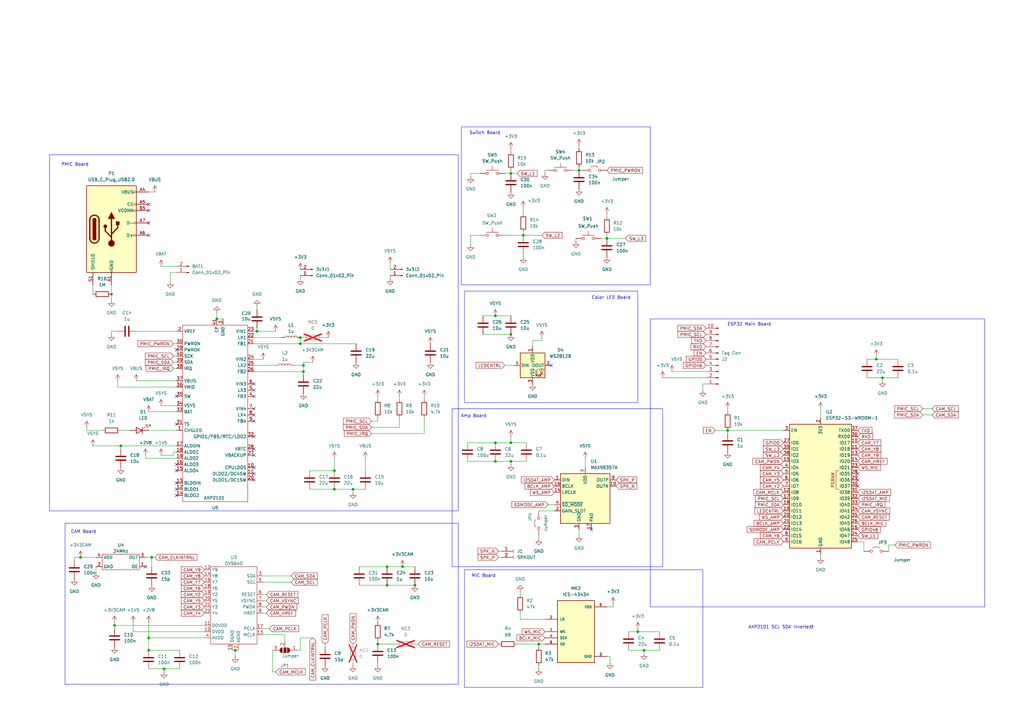
<source format=kicad_sch>
(kicad_sch (version 20231120) (generator "eeschema") (generator_version "8.0")
  (paper "A3")
  (title_block (title "Main Board esp32") (date "2024-12-10") (rev "1.0"))
  (junction (at 203.2 181.61))
  (junction (at 158.75 232.41))
  (junction (at 248.92 97.79))
  (junction (at 220.98 264.16))
  (junction (at 49.53 182.88))
  (junction (at 144.78 200.66))
  (junction (at 60.96 266.7))
  (junction (at 158.75 240.03))
  (junction (at 170.18 240.03))
  (junction (at 60.96 261.62))
  (junction (at 123.19 140.97))
  (junction (at 203.2 129.54))
  (junction (at 165.1 232.41))
  (junction (at 62.23 228.6))
  (junction (at 264.16 266.7))
  (junction (at 45.72 120.65))
  (junction (at 237.49 69.85))
  (junction (at 209.55 189.23))
  (junction (at 203.2 189.23))
  (junction (at 361.95 154.94))
  (junction (at 96.52 266.7))
  (junction (at 67.31 274.32))
  (junction (at 105.41 135.89))
  (junction (at 209.55 137.16))
  (junction (at 298.45 176.53))
  (junction (at 209.55 71.12))
  (junction (at 261.62 259.08))
  (junction (at 123.19 138.43))
  (junction (at 154.94 264.16))
  (junction (at 214.63 96.52))
  (junction (at 209.55 181.61))
  (junction (at 46.99 256.54))
  (junction (at 137.16 193.04))
  (junction (at 88.9 130.81))
  (junction (at 33.02 228.6))
  (junction (at 124.46 149.86))
  (junction (at 359.41 147.32))
  (junction (at 137.16 200.66))
  (junction (at 124.46 152.4))
  (no_connect (at 226.06 149.86))
  (no_connect (at 351.79 194.31))
  (no_connect (at 104.14 160.02))
  (no_connect (at 60.96 91.44))
  (no_connect (at 104.14 196.85))
  (no_connect (at 351.79 196.85))
  (no_connect (at 104.14 186.69))
  (no_connect (at 104.14 179.07))
  (no_connect (at 59.69 232.41))
  (no_connect (at 104.14 162.56))
  (no_connect (at 104.14 157.48))
  (no_connect (at 72.39 200.66))
  (no_connect (at 72.39 190.5))
  (no_connect (at 72.39 198.12))
  (no_connect (at 104.14 191.77))
  (no_connect (at 72.39 162.56))
  (no_connect (at 242.57 217.17))
  (no_connect (at 72.39 143.51))
  (no_connect (at 104.14 167.64))
  (no_connect (at 72.39 173.99))
  (no_connect (at 60.96 96.52))
  (no_connect (at 60.96 83.82))
  (no_connect (at 351.79 199.39))
  (no_connect (at 60.96 86.36))
  (no_connect (at 104.14 184.15))
  (no_connect (at 104.14 170.18))
  (no_connect (at 104.14 172.72))
  (no_connect (at 104.14 194.31))
  (no_connect (at 72.39 203.2))
  (no_connect (at 72.39 193.04))
  (wire (pts (xy 147.32 240.03) (xy 158.75 240.03)))
  (wire (pts (xy 49.53 176.53) (xy 53.34 176.53)))
  (wire (pts (xy 46.99 256.54) (xy 46.99 255.27)))
  (wire (pts (xy 144.78 271.78) (xy 144.78 273.05)))
  (wire (pts (xy 209.55 71.12) (xy 212.09 71.12)))
  (wire (pts (xy 123.19 113.03) (xy 123.19 114.3)))
  (wire (pts (xy 236.22 97.79) (xy 236.22 99.06)))
  (wire (pts (xy 207.01 71.12) (xy 209.55 71.12)))
  (wire (pts (xy 378.46 170.18) (xy 382.27 170.18)))
  (wire (pts (xy 378.46 167.64) (xy 382.27 167.64)))
  (wire (pts (xy 165.1 232.41) (xy 170.18 232.41)))
  (wire (pts (xy 207.01 96.52) (xy 214.63 96.52)))
  (wire (pts (xy 123.19 138.43) (xy 124.46 138.43)))
  (wire (pts (xy 60.96 261.62) (xy 60.96 266.7)))
  (wire (pts (xy 237.49 59.69) (xy 237.49 60.96)))
  (wire (pts (xy 121.92 266.7) (xy 123.19 266.7)))
  (wire (pts (xy 124.46 149.86) (xy 124.46 152.4)))
  (wire (pts (xy 298.45 176.53) (xy 298.45 177.8)))
  (wire (pts (xy 361.95 154.94) (xy 368.3 154.94)))
  (wire (pts (xy 248.92 248.92) (xy 251.46 248.92)))
  (wire (pts (xy 173.99 177.8) (xy 173.99 171.45)))
  (wire (pts (xy 107.95 248.92) (xy 109.22 248.92)))
  (wire (pts (xy 124.46 148.59) (xy 124.46 149.86)))
  (wire (pts (xy 354.33 222.25) (xy 354.33 226.06)))
  (wire (pts (xy 222.25 138.43) (xy 222.25 139.7)))
  (wire (pts (xy 105.41 125.73) (xy 105.41 127)))
  (wire (pts (xy 144.78 200.66) (xy 144.78 201.93)))
  (wire (pts (xy 104.14 140.97) (xy 123.19 140.97)))
  (wire (pts (xy 250.19 269.24) (xy 250.19 271.78)))
  (wire (pts (xy 234.95 69.85) (xy 237.49 69.85)))
  (wire (pts (xy 128.27 148.59) (xy 124.46 148.59)))
  (wire (pts (xy 59.69 187.96) (xy 59.69 186.69)))
  (wire (pts (xy 39.37 232.41) (xy 39.37 234.95)))
  (wire (pts (xy 160.02 107.95) (xy 160.02 110.49)))
  (wire (pts (xy 203.2 129.54) (xy 209.55 129.54)))
  (wire (pts (xy 191.77 189.23) (xy 203.2 189.23)))
  (wire (pts (xy 163.83 175.26) (xy 163.83 171.45)))
  (wire (pts (xy 209.55 181.61) (xy 215.9 181.61)))
  (wire (pts (xy 257.81 266.7) (xy 264.16 266.7)))
  (wire (pts (xy 62.23 228.6) (xy 63.5 228.6)))
  (wire (pts (xy 116.84 260.35) (xy 116.84 262.89)))
  (wire (pts (xy 205.74 226.06) (xy 204.47 226.06)))
  (wire (pts (xy 275.59 152.4) (xy 289.56 152.4)))
  (wire (pts (xy 55.88 135.89) (xy 72.39 135.89)))
  (wire (pts (xy 54.61 259.08) (xy 54.61 255.27)))
  (wire (pts (xy 123.19 266.7) (xy 123.19 261.62)))
  (wire (pts (xy 220.98 273.05) (xy 220.98 274.32)))
  (wire (pts (xy 220.98 219.71) (xy 220.98 220.98)))
  (wire (pts (xy 71.12 186.69) (xy 71.12 185.42)))
  (wire (pts (xy 354.33 222.25) (xy 351.79 222.25)))
  (wire (pts (xy 218.44 139.7) (xy 218.44 142.24)))
  (wire (pts (xy 33.02 228.6) (xy 30.48 228.6)))
  (wire (pts (xy 67.31 274.32) (xy 67.31 275.59)))
  (wire (pts (xy 124.46 152.4) (xy 124.46 153.67)))
  (wire (pts (xy 66.04 186.69) (xy 71.12 186.69)))
  (wire (pts (xy 298.45 176.53) (xy 321.31 176.53)))
  (wire (pts (xy 154.94 271.78) (xy 154.94 273.05)))
  (wire (pts (xy 66.04 109.22) (xy 72.39 109.22)))
  (wire (pts (xy 367.03 223.52) (xy 364.49 223.52)))
  (wire (pts (xy 198.12 129.54) (xy 203.2 129.54)))
  (wire (pts (xy 72.39 148.59) (xy 71.12 148.59)))
  (wire (pts (xy 123.19 261.62) (xy 128.27 261.62)))
  (wire (pts (xy 293.37 176.53) (xy 298.45 176.53)))
  (wire (pts (xy 152.4 175.26) (xy 163.83 175.26)))
  (wire (pts (xy 220.98 265.43) (xy 220.98 264.16)))
  (wire (pts (xy 69.85 111.76) (xy 69.85 115.57)))
  (wire (pts (xy 35.56 176.53) (xy 41.91 176.53)))
  (wire (pts (xy 213.36 242.57) (xy 213.36 243.84)))
  (wire (pts (xy 104.14 147.32) (xy 107.95 147.32)))
  (wire (pts (xy 191.77 181.61) (xy 203.2 181.61)))
  (wire (pts (xy 72.39 187.96) (xy 59.69 187.96)))
  (wire (pts (xy 72.39 151.13) (xy 71.12 151.13)))
  (wire (pts (xy 214.63 95.25) (xy 214.63 96.52)))
  (wire (pts (xy 355.6 154.94) (xy 361.95 154.94)))
  (wire (pts (xy 264.16 266.7) (xy 270.51 266.7)))
  (wire (pts (xy 46.99 256.54) (xy 83.82 256.54)))
  (wire (pts (xy 220.98 264.16) (xy 223.52 264.16)))
  (wire (pts (xy 60.96 274.32) (xy 67.31 274.32)))
  (wire (pts (xy 203.2 181.61) (xy 209.55 181.61)))
  (wire (pts (xy 203.2 189.23) (xy 209.55 189.23)))
  (wire (pts (xy 60.96 78.74) (xy 63.5 78.74)))
  (wire (pts (xy 38.1 182.88) (xy 49.53 182.88)))
  (wire (pts (xy 227.33 209.55) (xy 220.98 209.55)))
  (wire (pts (xy 104.14 135.89) (xy 105.41 135.89)))
  (wire (pts (xy 160.02 113.03) (xy 160.02 114.3)))
  (wire (pts (xy 46.99 257.81) (xy 46.99 256.54)))
  (wire (pts (xy 137.16 200.66) (xy 144.78 200.66)))
  (wire (pts (xy 209.55 189.23) (xy 209.55 190.5)))
  (wire (pts (xy 261.62 259.08) (xy 270.51 259.08)))
  (wire (pts (xy 45.72 135.89) (xy 45.72 137.16)))
  (wire (pts (xy 107.95 236.22) (xy 119.38 236.22)))
  (wire (pts (xy 154.94 162.56) (xy 154.94 163.83)))
  (wire (pts (xy 49.53 182.88) (xy 72.39 182.88)))
  (wire (pts (xy 105.41 134.62) (xy 105.41 135.89)))
  (wire (pts (xy 209.55 179.07) (xy 209.55 181.61)))
  (wire (pts (xy 48.26 135.89) (xy 45.72 135.89)))
  (wire (pts (xy 213.36 251.46) (xy 213.36 254)))
  (wire (pts (xy 193.04 71.12) (xy 193.04 72.39)))
  (wire (pts (xy 222.25 139.7) (xy 218.44 139.7)))
  (wire (pts (xy 95.25 266.7) (xy 96.52 266.7)))
  (wire (pts (xy 66.04 166.37) (xy 72.39 166.37)))
  (wire (pts (xy 173.99 162.56) (xy 173.99 163.83)))
  (wire (pts (xy 55.88 156.21) (xy 72.39 156.21)))
  (wire (pts (xy 54.61 259.08) (xy 83.82 259.08)))
  (wire (pts (xy 72.39 146.05) (xy 71.12 146.05)))
  (wire (pts (xy 60.96 255.27) (xy 60.96 261.62)))
  (wire (pts (xy 248.92 97.79) (xy 256.54 97.79)))
  (wire (pts (xy 133.35 264.16) (xy 133.35 265.43)))
  (wire (pts (xy 336.55 228.6) (xy 336.55 227.33)))
  (wire (pts (xy 49.53 182.88) (xy 49.53 184.15)))
  (wire (pts (xy 96.52 266.7) (xy 97.79 266.7)))
  (wire (pts (xy 193.04 96.52) (xy 193.04 100.33)))
  (wire (pts (xy 359.41 146.05) (xy 359.41 147.32)))
  (wire (pts (xy 198.12 137.16) (xy 209.55 137.16)))
  (wire (pts (xy 261.62 257.81) (xy 261.62 259.08)))
  (wire (pts (xy 96.52 266.7) (xy 96.52 269.24)))
  (wire (pts (xy 271.78 154.94) (xy 289.56 154.94)))
  (wire (pts (xy 289.56 157.48) (xy 288.29 157.48)))
  (wire (pts (xy 214.63 96.52) (xy 222.25 96.52)))
  (wire (pts (xy 209.55 69.85) (xy 209.55 71.12)))
  (wire (pts (xy 111.76 275.59) (xy 113.03 275.59)))
  (wire (pts (xy 104.14 138.43) (xy 115.57 138.43)))
  (wire (pts (xy 45.72 116.84) (xy 45.72 120.65)))
  (wire (pts (xy 248.92 269.24) (xy 250.19 269.24)))
  (wire (pts (xy 107.95 246.38) (xy 109.22 246.38)))
  (wire (pts (xy 154.94 264.16) (xy 162.56 264.16)))
  (wire (pts (xy 170.18 264.16) (xy 171.45 264.16)))
  (wire (pts (xy 214.63 105.41) (xy 214.63 104.14)))
  (wire (pts (xy 60.96 168.91) (xy 72.39 168.91)))
  (wire (pts (xy 149.86 187.96) (xy 149.86 193.04)))
  (wire (pts (xy 147.32 232.41) (xy 158.75 232.41)))
  (wire (pts (xy 237.49 68.58) (xy 237.49 69.85)))
  (wire (pts (xy 45.72 120.65) (xy 45.72 123.19)))
  (wire (pts (xy 248.92 87.63) (xy 248.92 88.9)))
  (wire (pts (xy 107.95 257.81) (xy 110.49 257.81)))
  (wire (pts (xy 30.48 228.6) (xy 30.48 229.87)))
  (wire (pts (xy 60.96 176.53) (xy 72.39 176.53)))
  (wire (pts (xy 264.16 266.7) (xy 264.16 267.97)))
  (wire (pts (xy 196.85 96.52) (xy 193.04 96.52)))
  (wire (pts (xy 60.96 266.7) (xy 73.66 266.7)))
  (wire (pts (xy 132.08 138.43) (xy 134.62 138.43)))
  (wire (pts (xy 209.55 60.96) (xy 209.55 62.23)))
  (wire (pts (xy 207.01 149.86) (xy 210.82 149.86)))
  (wire (pts (xy 355.6 147.32) (xy 359.41 147.32)))
  (wire (pts (xy 298.45 167.64) (xy 298.45 168.91)))
  (wire (pts (xy 223.52 69.85) (xy 223.52 71.12)))
  (wire (pts (xy 137.16 187.96) (xy 137.16 193.04)))
  (wire (pts (xy 224.79 207.01) (xy 227.33 207.01)))
  (wire (pts (xy 213.36 254) (xy 223.52 254)))
  (wire (pts (xy 152.4 172.72) (xy 154.94 172.72)))
  (wire (pts (xy 146.05 140.97) (xy 123.19 140.97)))
  (wire (pts (xy 107.95 238.76) (xy 119.38 238.76)))
  (wire (pts (xy 251.46 248.92) (xy 251.46 247.65)))
  (wire (pts (xy 88.9 128.27) (xy 88.9 130.81)))
  (wire (pts (xy 209.55 189.23) (xy 215.9 189.23)))
  (wire (pts (xy 152.4 177.8) (xy 173.99 177.8)))
  (wire (pts (xy 60.96 261.62) (xy 83.82 261.62)))
  (wire (pts (xy 248.92 96.52) (xy 248.92 97.79)))
  (wire (pts (xy 127 200.66) (xy 137.16 200.66)))
  (wire (pts (xy 154.94 172.72) (xy 154.94 171.45)))
  (wire (pts (xy 237.49 69.85) (xy 238.76 69.85)))
  (wire (pts (xy 105.41 135.89) (xy 113.03 135.89)))
  (wire (pts (xy 205.74 228.6) (xy 204.47 228.6)))
  (wire (pts (xy 71.12 140.97) (xy 72.39 140.97)))
  (wire (pts (xy 163.83 162.56) (xy 163.83 163.83)))
  (wire (pts (xy 127 193.04) (xy 137.16 193.04)))
  (wire (pts (xy 158.75 232.41) (xy 165.1 232.41)))
  (wire (pts (xy 196.85 71.12) (xy 193.04 71.12)))
  (wire (pts (xy 111.76 266.7) (xy 111.76 275.59)))
  (wire (pts (xy 104.14 152.4) (xy 124.46 152.4)))
  (wire (pts (xy 67.31 274.32) (xy 73.66 274.32)))
  (wire (pts (xy 107.95 251.46) (xy 109.22 251.46)))
  (wire (pts (xy 144.78 200.66) (xy 149.86 200.66)))
  (wire (pts (xy 71.12 185.42) (xy 72.39 185.42)))
  (wire (pts (xy 288.29 157.48) (xy 288.29 160.02)))
  (wire (pts (xy 158.75 240.03) (xy 170.18 240.03)))
  (wire (pts (xy 212.09 264.16) (xy 220.98 264.16)))
  (wire (pts (xy 48.26 156.21) (xy 48.26 158.75)))
  (wire (pts (xy 237.49 217.17) (xy 237.49 219.71)))
  (wire (pts (xy 257.81 259.08) (xy 261.62 259.08)))
  (wire (pts (xy 359.41 147.32) (xy 368.3 147.32)))
  (wire (pts (xy 72.39 158.75) (xy 48.26 158.75)))
  (wire (pts (xy 336.55 167.64) (xy 336.55 171.45)))
  (wire (pts (xy 107.95 243.84) (xy 109.22 243.84)))
  (wire (pts (xy 59.69 228.6) (xy 62.23 228.6)))
  (wire (pts (xy 62.23 228.6) (xy 62.23 232.41)))
  (wire (pts (xy 38.1 116.84) (xy 38.1 120.65)))
  (wire (pts (xy 107.95 260.35) (xy 116.84 260.35)))
  (wire (pts (xy 240.03 187.96) (xy 240.03 191.77)))
  (wire (pts (xy 154.94 262.89) (xy 154.94 264.16)))
  (wire (pts (xy 104.14 149.86) (xy 113.03 149.86)))
  (wire (pts (xy 123.19 140.97) (xy 123.19 138.43)))
  (wire (pts (xy 91.44 130.81) (xy 88.9 130.81)))
  (wire (pts (xy 214.63 87.63) (xy 214.63 85.09)))
  (wire (pts (xy 246.38 97.79) (xy 248.92 97.79)))
  (wire (pts (xy 39.37 228.6) (xy 33.02 228.6)))
  (wire (pts (xy 35.56 176.53) (xy 35.56 175.26)))
  (wire (pts (xy 364.49 223.52) (xy 364.49 226.06)))
  (wire (pts (xy 361.95 154.94) (xy 361.95 156.21)))
  (wire (pts (xy 72.39 111.76) (xy 69.85 111.76)))
  (wire (pts (xy 120.65 149.86) (xy 124.46 149.86)))
  (wire (pts (xy 224.79 69.85) (xy 223.52 69.85)))
  (rectangle (start 190.5 233.68) (end 288.29 281.94))
  (rectangle (start 20.32 63.5) (end 187.96 209.55))
  (rectangle (start 26.67 214.63) (end 187.96 280.67))
  (rectangle (start 190.5 119.38) (end 261.62 165.1))
  (rectangle (start 266.7 130.81) (end 403.86 248.92))
  (rectangle (start 189.23 52.07) (end 266.7 116.84))
  (rectangle (start 185.42 167.64) (end 271.78 232.41))
  (text "AXP2101 SCL SDA Inverted!" (at 320.294 257.302 0) (effects (font (size 1.27 1.27))))
  (text "ESP32 Main Board\n" (at 307.34 133.096 0) (effects (font (size 1.27 1.27))))
  (text "PMIC Board" (at 30.734 67.564 0) (effects (font (size 1.27 1.27))))
  (text "Color LED Board" (at 250.698 122.174 0) (effects (font (size 1.27 1.27))))
  (text "Switch Board" (at 198.882 54.61 0) (effects (font (size 1.27 1.27))))
  (text "Amp Board\n" (at 194.31 170.688 0) (effects (font (size 1.27 1.27))))
  (text "MIC Board\n" (at 198.374 236.22 0) (effects (font (size 1.27 1.27))))
  (text "CAM Board\n" (at 34.29 218.186 0) (effects (font (size 1.27 1.27))))
  (global_label "LEDCNTRL" (shape input) (at 321.31 209.55 180) (property "Intersheetrefs" "${INTERSHEET_REFS}" (effects (hide yes))))
  (global_label "EN" (shape input) (at 293.37 176.53 180) (property "Intersheetrefs" "${INTERSHEET_REFS}" (effects (hide yes))))
  (global_label "CAM_CLKINTRNL" (shape input) (at 63.5 228.6 0) (property "Intersheetrefs" "${INTERSHEET_REFS}" (effects (hide yes))))
  (global_label "PMIC_IRQ" (shape input) (at 71.12 151.13 180) (property "Intersheetrefs" "${INTERSHEET_REFS}" (effects (hide yes))))
  (global_label "CAM_MCLK" (shape input) (at 321.31 201.93 180) (property "Intersheetrefs" "${INTERSHEET_REFS}" (effects (hide yes))))
  (global_label "WS_AMP" (shape input) (at 321.31 212.09 180) (property "Intersheetrefs" "${INTERSHEET_REFS}" (effects (hide yes))))
  (global_label "GPIO0" (shape input) (at 289.56 147.32 180) (property "Intersheetrefs" "${INTERSHEET_REFS}" (effects (hide yes))))
  (global_label "SDMODE_AMP" (shape input) (at 321.31 217.17 180) (property "Intersheetrefs" "${INTERSHEET_REFS}" (effects (hide yes))))
  (global_label "SDMODE_AMP" (shape input) (at 224.79 207.01 180) (property "Intersheetrefs" "${INTERSHEET_REFS}" (effects (hide yes))))
  (global_label "CAM_Y8" (shape input) (at 351.79 184.15 0) (property "Intersheetrefs" "${INTERSHEET_REFS}" (effects (hide yes))))
  (global_label "BCLK_AMP" (shape input) (at 227.33 199.39 180) (property "Intersheetrefs" "${INTERSHEET_REFS}" (effects (hide yes))))
  (global_label "CAM_VSYNC" (shape input) (at 109.22 246.38 0) (property "Intersheetrefs" "${INTERSHEET_REFS}" (effects (hide yes))))
  (global_label "CAM_Y3" (shape input) (at 83.82 248.92 180) (property "Intersheetrefs" "${INTERSHEET_REFS}" (effects (hide yes))))
  (global_label "SPK_N" (shape input) (at 204.47 226.06 180) (property "Intersheetrefs" "${INTERSHEET_REFS}" (effects (hide yes))))
  (global_label "CAM_SDA" (shape input) (at 382.27 170.18 0) (property "Intersheetrefs" "${INTERSHEET_REFS}" (effects (hide yes))))
  (global_label "PMIC_SDA" (shape input) (at 289.56 134.62 180) (property "Intersheetrefs" "${INTERSHEET_REFS}" (effects (hide yes))))
  (global_label "RXD" (shape input) (at 289.56 142.24 180) (property "Intersheetrefs" "${INTERSHEET_REFS}" (effects (hide yes))))
  (global_label "SW_L3" (shape input) (at 321.31 184.15 180) (property "Intersheetrefs" "${INTERSHEET_REFS}" (effects (hide yes))))
  (global_label "PMIC_PWRON" (shape input) (at 248.92 69.85 0) (property "Intersheetrefs" "${INTERSHEET_REFS}" (effects (hide yes))))
  (global_label "CAM_RESET" (shape input) (at 351.79 212.09 0) (property "Intersheetrefs" "${INTERSHEET_REFS}" (effects (hide yes))))
  (global_label "CAM_VSYNC" (shape input) (at 351.79 209.55 0) (property "Intersheetrefs" "${INTERSHEET_REFS}" (effects (hide yes))))
  (global_label "I2SDAT_MIC" (shape input) (at 204.47 264.16 180) (property "Intersheetrefs" "${INTERSHEET_REFS}" (effects (hide yes))))
  (global_label "CAM_Y9" (shape input) (at 351.79 186.69 0) (property "Intersheetrefs" "${INTERSHEET_REFS}" (effects (hide yes))))
  (global_label "CAM_Y4" (shape input) (at 83.82 251.46 180) (property "Intersheetrefs" "${INTERSHEET_REFS}" (effects (hide yes))))
  (global_label "CAM_SDA" (shape input) (at 119.38 236.22 0) (property "Intersheetrefs" "${INTERSHEET_REFS}" (effects (hide yes))))
  (global_label "CAM_CLKINTRNL" (shape input) (at 128.27 261.62 270) (property "Intersheetrefs" "${INTERSHEET_REFS}" (effects (hide yes))))
  (global_label "PMIC_SDA" (shape input) (at 71.12 148.59 180) (property "Intersheetrefs" "${INTERSHEET_REFS}" (effects (hide yes))))
  (global_label "LEDCNTRL" (shape input) (at 207.01 149.86 180) (property "Intersheetrefs" "${INTERSHEET_REFS}" (effects (hide yes))))
  (global_label "SW_L2" (shape input) (at 321.31 186.69 180) (property "Intersheetrefs" "${INTERSHEET_REFS}" (effects (hide yes))))
  (global_label "GPIO46" (shape input) (at 351.79 217.17 0) (property "Intersheetrefs" "${INTERSHEET_REFS}" (effects (hide yes))))
  (global_label "BCLK_AMP" (shape input) (at 321.31 214.63 180) (property "Intersheetrefs" "${INTERSHEET_REFS}" (effects (hide yes))))
  (global_label "WS_MIC" (shape input) (at 351.79 191.77 0) (property "Intersheetrefs" "${INTERSHEET_REFS}" (effects (hide yes))))
  (global_label "CAM_RESET" (shape input) (at 109.22 243.84 0) (property "Intersheetrefs" "${INTERSHEET_REFS}" (effects (hide yes))))
  (global_label "CAM_Y7" (shape input) (at 351.79 181.61 0) (property "Intersheetrefs" "${INTERSHEET_REFS}" (effects (hide yes))))
  (global_label "CAM_PCLK" (shape input) (at 110.49 257.81 0) (property "Intersheetrefs" "${INTERSHEET_REFS}" (effects (hide yes))))
  (global_label "CAM_Y5" (shape input) (at 83.82 246.38 180) (property "Intersheetrefs" "${INTERSHEET_REFS}" (effects (hide yes))))
  (global_label "CAM_Y8" (shape input) (at 83.82 236.22 180) (property "Intersheetrefs" "${INTERSHEET_REFS}" (effects (hide yes))))
  (global_label "SPK_P" (shape input) (at 204.47 228.6 180) (property "Intersheetrefs" "${INTERSHEET_REFS}" (effects (hide yes))))
  (global_label "CAM_PWDN" (shape input) (at 144.78 264.16 90) (property "Intersheetrefs" "${INTERSHEET_REFS}" (effects (hide yes))))
  (global_label "CAM_SCL" (shape input) (at 119.38 238.76 0) (property "Intersheetrefs" "${INTERSHEET_REFS}" (effects (hide yes))))
  (global_label "CAM_Y3" (shape input) (at 321.31 194.31 180) (property "Intersheetrefs" "${INTERSHEET_REFS}" (effects (hide yes))))
  (global_label "GPIO46" (shape input) (at 289.56 149.86 180) (property "Intersheetrefs" "${INTERSHEET_REFS}" (effects (hide yes))))
  (global_label "BCLK_MIC" (shape input) (at 351.79 214.63 0) (property "Intersheetrefs" "${INTERSHEET_REFS}" (effects (hide yes))))
  (global_label "CAM_Y4" (shape input) (at 321.31 191.77 180) (property "Intersheetrefs" "${INTERSHEET_REFS}" (effects (hide yes))))
  (global_label "WS_AMP" (shape input) (at 227.33 201.93 180) (property "Intersheetrefs" "${INTERSHEET_REFS}" (effects (hide yes))))
  (global_label "WS_MIC" (shape input) (at 223.52 259.08 180) (property "Intersheetrefs" "${INTERSHEET_REFS}" (effects (hide yes))))
  (global_label "PMIC_PWRON" (shape input) (at 367.03 223.52 0) (property "Intersheetrefs" "${INTERSHEET_REFS}" (effects (hide yes))))
  (global_label "CAM_Y6" (shape input) (at 321.31 219.71 180) (property "Intersheetrefs" "${INTERSHEET_REFS}" (effects (hide yes))))
  (global_label "I2SDAT_MIC" (shape input) (at 351.79 204.47 0) (property "Intersheetrefs" "${INTERSHEET_REFS}" (effects (hide yes))))
  (global_label "PMIC_SCL" (shape input) (at 378.46 167.64 180) (property "Intersheetrefs" "${INTERSHEET_REFS}" (effects (hide yes))))
  (global_label "SW_L1" (shape input) (at 351.79 219.71 0) (property "Intersheetrefs" "${INTERSHEET_REFS}" (effects (hide yes))))
  (global_label "CAM_PWDN" (shape input) (at 321.31 189.23 180) (property "Intersheetrefs" "${INTERSHEET_REFS}" (effects (hide yes))))
  (global_label "SPK_P" (shape input) (at 252.73 196.85 0) (property "Intersheetrefs" "${INTERSHEET_REFS}" (effects (hide yes))))
  (global_label "BCLK_MIC" (shape input) (at 223.52 261.62 180) (property "Intersheetrefs" "${INTERSHEET_REFS}" (effects (hide yes))))
  (global_label "GPIO0" (shape input) (at 321.31 181.61 180) (property "Intersheetrefs" "${INTERSHEET_REFS}" (effects (hide yes))))
  (global_label "PMIC_SCL" (shape input) (at 321.31 204.47 180) (property "Intersheetrefs" "${INTERSHEET_REFS}" (effects (hide yes))))
  (global_label "CAM_Y9" (shape input) (at 83.82 233.68 180) (property "Intersheetrefs" "${INTERSHEET_REFS}" (effects (hide yes))))
  (global_label "CAM_Y6" (shape input) (at 83.82 241.3 180) (property "Intersheetrefs" "${INTERSHEET_REFS}" (effects (hide yes))))
  (global_label "CAM_Y2" (shape input) (at 321.31 199.39 180) (property "Intersheetrefs" "${INTERSHEET_REFS}" (effects (hide yes))))
  (global_label "CAM_RESET" (shape input) (at 171.45 264.16 0) (property "Intersheetrefs" "${INTERSHEET_REFS}" (effects (hide yes))))
  (global_label "PMIC_SDA" (shape input) (at 152.4 175.26 180) (property "Intersheetrefs" "${INTERSHEET_REFS}" (effects (hide yes))))
  (global_label "SPK_N" (shape input) (at 252.73 199.39 0) (property "Intersheetrefs" "${INTERSHEET_REFS}" (effects (hide yes))))
  (global_label "PMIC_SDA" (shape input) (at 321.31 207.01 180) (property "Intersheetrefs" "${INTERSHEET_REFS}" (effects (hide yes))))
  (global_label "SW_L1" (shape input) (at 212.09 71.12 0) (property "Intersheetrefs" "${INTERSHEET_REFS}" (effects (hide yes))))
  (global_label "CAM_MCLK" (shape input) (at 113.03 275.59 0) (property "Intersheetrefs" "${INTERSHEET_REFS}" (effects (hide yes))))
  (global_label "I2SDAT_AMP" (shape input) (at 227.33 196.85 180) (property "Intersheetrefs" "${INTERSHEET_REFS}" (effects (hide yes))))
  (global_label "CAM_PCLK" (shape input) (at 321.31 222.25 180) (property "Intersheetrefs" "${INTERSHEET_REFS}" (effects (hide yes))))
  (global_label "PMIC_SDA" (shape input) (at 378.46 170.18 180) (property "Intersheetrefs" "${INTERSHEET_REFS}" (effects (hide yes))))
  (global_label "PMIC_SCL" (shape input) (at 152.4 172.72 180) (property "Intersheetrefs" "${INTERSHEET_REFS}" (effects (hide yes))))
  (global_label "CAM_Y7" (shape input) (at 83.82 238.76 180) (property "Intersheetrefs" "${INTERSHEET_REFS}" (effects (hide yes))))
  (global_label "PMIC_IRQ" (shape input) (at 351.79 207.01 0) (property "Intersheetrefs" "${INTERSHEET_REFS}" (effects (hide yes))))
  (global_label "TXD" (shape input) (at 351.79 176.53 0) (property "Intersheetrefs" "${INTERSHEET_REFS}" (effects (hide yes))))
  (global_label "SW_L2" (shape input) (at 222.25 96.52 0) (property "Intersheetrefs" "${INTERSHEET_REFS}" (effects (hide yes))))
  (global_label "CAM_PCLK" (shape input) (at 133.35 264.16 90) (property "Intersheetrefs" "${INTERSHEET_REFS}" (effects (hide yes))))
  (global_label "I2SDAT_AMP" (shape input) (at 351.79 201.93 0) (property "Intersheetrefs" "${INTERSHEET_REFS}" (effects (hide yes))))
  (global_label "CAM_Y2" (shape input) (at 83.82 243.84 180) (property "Intersheetrefs" "${INTERSHEET_REFS}" (effects (hide yes))))
  (global_label "SW_L3" (shape input) (at 256.54 97.79 0) (property "Intersheetrefs" "${INTERSHEET_REFS}" (effects (hide yes))))
  (global_label "PMIC_SCL" (shape input) (at 71.12 146.05 180) (property "Intersheetrefs" "${INTERSHEET_REFS}" (effects (hide yes))))
  (global_label "CAM_HREF" (shape input) (at 351.79 189.23 0) (property "Intersheetrefs" "${INTERSHEET_REFS}" (effects (hide yes))))
  (global_label "CAM_HREF" (shape input) (at 109.22 251.46 0) (property "Intersheetrefs" "${INTERSHEET_REFS}" (effects (hide yes))))
  (global_label "PMIC_IRQ" (shape input) (at 152.4 177.8 180) (property "Intersheetrefs" "${INTERSHEET_REFS}" (effects (hide yes))))
  (global_label "RXD" (shape input) (at 351.79 179.07 0) (property "Intersheetrefs" "${INTERSHEET_REFS}" (effects (hide yes))))
  (global_label "PMIC_PWRON" (shape input) (at 71.12 140.97 180) (property "Intersheetrefs" "${INTERSHEET_REFS}" (effects (hide yes))))
  (global_label "CAM_Y5" (shape input) (at 321.31 196.85 180) (property "Intersheetrefs" "${INTERSHEET_REFS}" (effects (hide yes))))
  (global_label "CAM_SCL" (shape input) (at 382.27 167.64 0) (property "Intersheetrefs" "${INTERSHEET_REFS}" (effects (hide yes))))
  (global_label "PMIC_SCL" (shape input) (at 289.56 137.16 180) (property "Intersheetrefs" "${INTERSHEET_REFS}" (effects (hide yes))))
  (global_label "TXD" (shape input) (at 289.56 139.7 180) (property "Intersheetrefs" "${INTERSHEET_REFS}" (effects (hide yes))))
  (global_label "CAM_PWDN" (shape input) (at 109.22 248.92 0) (property "Intersheetrefs" "${INTERSHEET_REFS}" (effects (hide yes))))
  (global_label "EN" (shape input) (at 289.56 144.78 180) (property "Intersheetrefs" "${INTERSHEET_REFS}" (effects (hide yes))))
  (symbol (lib_id "LED:WS2812B") (at 218.44 149.86 0) (unit 1)
    (property "Reference" "D4" (at 229.87 143.5414 0))
    (property "Value" "WS2812B" (at 229.87 146.0814 0))
    (property "Footprint" "LED_SMD:LED_WS2812B_PLCC4_5.0x5.0mm_P3.2mm" (effects (hide yes)))
    (property "Datasheet" "https://cdn-shop.adafruit.com/datasheets/WS2812B.pdf" (effects (hide yes)))
    (property "Description" "RGB LED with integrated controller" (effects (hide yes)))
    (property "LCSC Part" "C22461793" (effects (hide yes)))
    (property "Mfr Part" "XL-5050RGBC-WS2812B-S" (effects (hide yes)))
  )
  (symbol (lib_id "power:GND") (at 46.99 265.43 0) (unit 1)
    (property "Reference" "#PWR025" (effects (hide yes)))
    (property "Value" "GND" (at 46.99 270.51 0))
    (property "Description" "Power symbol creates a global label with name \"GND\" , ground" (effects (hide yes)))
  )
  (symbol (lib_id "Device:C") (at 170.18 236.22 180) (unit 1)
    (property "Reference" "C23" (at 173.99 234.9499 0) (effects (justify right)))
    (property "Value" "10u" (at 173.99 237.4899 0) (effects (justify right)))
    (property "Footprint" "Capacitor_SMD:C_0603_1608Metric" (effects (hide yes)))
    (property "Description" "Unpolarized capacitor" (effects (hide yes)))
  )
  (symbol (lib_id "power:+3V3") (at 359.41 146.05 0) (unit 1)
    (property "Reference" "#PWR022" (effects (hide yes)))
    (property "Value" "+3V3" (at 359.41 140.97 0))
    (property "Description" "Power symbol creates a global label with name \"+3V3\"" (effects (hide yes)))
  )
  (symbol (lib_id "power:GND") (at 193.04 100.33 0) (unit 1)
    (property "Reference" "#PWR052" (effects (hide yes)))
    (property "Value" "GND" (at 193.04 105.41 0))
    (property "Description" "Power symbol creates a global label with name \"GND\" , ground" (effects (hide yes)))
  )
  (symbol (lib_id "Device:R") (at 154.94 259.08 180) (unit 1)
    (property "Reference" "R7" (at 157.48 257.8099 0) (effects (justify right)))
    (property "Value" "4.7k" (at 157.48 260.3499 0) (effects (justify right)))
    (property "Footprint" "Resistor_SMD:R_0603_1608Metric_Pad0.98x0.95mm_HandSolder" (effects (hide yes)))
    (property "Description" "Resistor" (effects (hide yes)))
  )
  (symbol (lib_id "power:GND") (at 146.05 148.59 0) (unit 1)
    (property "Reference" "#PWR039" (effects (hide yes)))
    (property "Value" "GND" (at 146.05 153.67 0))
    (property "Description" "Power symbol creates a global label with name \"GND\" , ground" (effects (hide yes)))
  )
  (symbol (lib_id "Device:C") (at 198.12 133.35 180) (unit 1)
    (property "Reference" "C26" (at 201.93 132.0799 0) (effects (justify right)))
    (property "Value" "10u" (at 201.93 134.6199 0) (effects (justify right)))
    (property "Footprint" "Capacitor_SMD:C_0603_1608Metric_Pad1.08x0.95mm_HandSolder" (effects (hide yes)))
    (property "Description" "Unpolarized capacitor" (effects (hide yes)))
  )
  (symbol (lib_id "Device:C") (at 158.75 236.22 180) (unit 1)
    (property "Reference" "C24" (at 162.56 234.9499 0) (effects (justify right)))
    (property "Value" "1u" (at 162.56 237.4899 0) (effects (justify right)))
    (property "Footprint" "Capacitor_SMD:C_0603_1608Metric" (effects (hide yes)))
    (property "Description" "Unpolarized capacitor" (effects (hide yes)))
  )
  (symbol (lib_id "Audio:MAX98357A") (at 240.03 204.47 0) (unit 1)
    (property "Reference" "U1" (at 242.2241 189.23 0) (effects (justify left)))
    (property "Value" "MAX98357A" (at 242.2241 191.77 0) (effects (justify left)))
    (property "Footprint" "Library:21-0136I_T1633-4_MXM-M" (effects (hide yes)))
    (property "Datasheet" "https://www.lcsc.com/datasheet/lcsc_datasheet_2106070436_Analog-Devices-Inc--Maxim-Integrated-MAX98357AEWL-T_C2682619.pdf" (effects (hide yes)))
    (property "Description" "Tiny, Low-Cost, PCM Class D Amplifier with Class AB Performance" (effects (hide yes)))
    (property "LCSC Part" "C910544" (effects (hide yes)))
    (property "Mfr Part" "MAX98357AETE+T" (effects (hide yes)))
  )
  (symbol (lib_id "power:GND") (at 45.72 137.16 0) (unit 1)
    (property "Reference" "#PWR032" (effects (hide yes)))
    (property "Value" "GND" (at 45.72 142.24 0))
    (property "Description" "Power symbol creates a global label with name \"GND\" , ground" (effects (hide yes)))
  )
  (symbol (lib_id "power:+1V0") (at 55.88 156.21 0) (unit 1)
    (property "Reference" "#PWR062" (effects (hide yes)))
    (property "Value" "VBUS" (at 55.88 151.13 0))
    (property "Description" "System Voltage" (effects (hide yes)))
  )
  (symbol (lib_id "power:+1V0") (at 240.03 187.96 0) (unit 1)
    (property "Reference" "#PWR074" (effects (hide yes)))
    (property "Value" "VSYS" (at 240.03 182.88 0))
    (property "Description" "System Voltage" (effects (hide yes)))
  )
  (symbol (lib_id "Device:C") (at 52.07 135.89 90) (unit 1)
    (property "Reference" "C14" (at 52.07 128.27 90))
    (property "Value" "1u" (at 52.07 130.81 90))
    (property "Footprint" "Capacitor_SMD:C_0603_1608Metric" (effects (hide yes)))
    (property "Description" "Unpolarized capacitor" (effects (hide yes)))
  )
  (symbol (lib_id "power:+1V5") (at 54.61 255.27 0) (unit 1)
    (property "Reference" "#PWR028" (effects (hide yes)))
    (property "Value" "+1V5" (at 54.61 250.19 0))
    (property "Description" "Power symbol creates a global label with name \"+1V5\"" (effects (hide yes)))
  )
  (symbol (lib_id "power:+1V0") (at 107.95 147.32 0) (unit 1)
    (property "Reference" "#PWR066" (effects (hide yes)))
    (property "Value" "VSYS" (at 107.95 142.24 0))
    (property "Description" "System Voltage" (effects (hide yes)))
  )
  (symbol (lib_id "Device:C") (at 46.99 261.62 0) (unit 1)
    (property "Reference" "C10" (at 50.8 260.3499 0) (effects (justify left)))
    (property "Value" "100n" (at 50.8 262.8899 0) (effects (justify left)))
    (property "Footprint" "Capacitor_SMD:C_0402_1005Metric" (effects (hide yes)))
    (property "Description" "16V 100nF X7R ±10% 0402 Multilayer Ceramic Capacitors MLCC - SMD/SMT ROHS" (effects (hide yes)))
    (property "LCSC Part #" "C1525 " (effects (hide yes)))
    (property "Mfr. #" "CL05B104KO5NNNC " (effects (hide yes)))
  )
  (symbol (lib_id "ov5640:OV5640") (at 97.79 240.03 0) (unit 1)
    (property "Reference" "U3" (at 95.885 228.6 0))
    (property "Value" "OV5640" (at 95.885 231.14 0))
    (property "Footprint" "Connector_FFC-FPC:TE_2-1734839-4_1x24-1MP_P0.5mm_Horizontal" (effects (hide yes)))
    (property "Datasheet" "https://www.lcsc.com/datasheet/lcsc_datasheet_2304140030_JUSHUO-AFC01-S24FCA-00_C262669.pdf" (effects (hide yes)))
    (property "Description" "Flip type 24P Bottom Contact Horizontal attachment 0.5mm SMD,P=0.5mm,Surface Mount，Right Angle FFC, FPC (Flat Flexible) Connector Assemblies ROHS" (effects (hide yes)))
    (property "LCSC Part" "C262669" (effects (hide yes)))
    (property "Mfr Part" "AFC01-S24FCA-00" (effects (hide yes)))
  )
  (symbol (lib_id "Device:C") (at 154.94 267.97 0) (unit 1)
    (property "Reference" "C13" (at 158.75 266.6999 0) (effects (justify left)))
    (property "Value" "100n" (at 158.75 269.2399 0) (effects (justify left)))
    (property "Footprint" "Capacitor_SMD:C_0402_1005Metric" (effects (hide yes)))
    (property "Description" "16V 100nF X7R ±10% 0402 Multilayer Ceramic Capacitors MLCC - SMD/SMT ROHS" (effects (hide yes)))
    (property "LCSC Part #" "C1525 " (effects (hide yes)))
    (property "Mfr. #" "CL05B104KO5NNNC " (effects (hide yes)))
  )
  (symbol (lib_id "Connector:Conn_01x02_Pin") (at 128.27 113.03 180) (unit 1)
    (property "Reference" "3v3J1" (at 129.54 110.4899 0) (effects (justify right)))
    (property "Value" "Conn_01x02_Pin" (at 129.54 113.0299 0) (effects (justify right)))
    (property "Footprint" "Footprint_Wareit_Mic:SMD_CONNECTOR_PAD" (effects (hide yes)))
    (property "Description" "Generic connector, single row, 01x02, script generated" (effects (hide yes)))
  )
  (symbol (lib_id "Device:C") (at 191.77 185.42 0) (unit 1)
    (property "Reference" "C8" (at 195.58 184.1499 0) (effects (justify left)))
    (property "Value" "100u" (at 195.58 186.6899 0) (effects (justify left)))
    (property "Footprint" "Capacitor_SMD:C_0805_2012Metric" (effects (hide yes)))
    (property "Description" "Unpolarized capacitor" (effects (hide yes)))
  )
  (symbol (lib_id "Device:C") (at 209.55 133.35 180) (unit 1)
    (property "Reference" "C25" (at 213.36 132.0799 0) (effects (justify right)))
    (property "Value" "10u" (at 213.36 134.6199 0) (effects (justify right)))
    (property "Footprint" "Capacitor_SMD:C_0603_1608Metric_Pad1.08x0.95mm_HandSolder" (effects (hide yes)))
    (property "Description" "Unpolarized capacitor" (effects (hide yes)))
  )
  (symbol (lib_id "power:+3V3") (at 128.27 148.59 0) (unit 1)
    (property "Reference" "#PWR077" (effects (hide yes)))
    (property "Value" "+3V3CAM" (at 128.27 143.51 0))
    (property "Description" "Power symbol creates a global label with name \"+3V3\"" (effects (hide yes)))
  )
  (symbol (lib_id "power:+1V0") (at 66.04 166.37 0) (unit 1)
    (property "Reference" "#PWR063" (effects (hide yes)))
    (property "Value" "VSYS" (at 66.04 161.29 0))
    (property "Description" "System Voltage" (effects (hide yes)))
  )
  (symbol (lib_id "Device:R") (at 41.91 120.65 90) (unit 1)
    (property "Reference" "R16" (at 41.91 114.3 90))
    (property "Value" "1M" (at 41.91 116.84 90))
    (property "Footprint" "Resistor_SMD:R_0603_1608Metric_Pad0.98x0.95mm_HandSolder" (effects (hide yes)))
    (property "Description" "Resistor" (effects (hide yes)))
  )
  (symbol (lib_id "power:GND") (at 170.18 240.03 0) (unit 1)
    (property "Reference" "#PWR011" (effects (hide yes)))
    (property "Value" "GND" (at 170.18 245.11 0))
    (property "Description" "Power symbol creates a global label with name \"GND\" , ground" (effects (hide yes)))
  )
  (symbol (lib_id "power:+1V0") (at 60.96 168.91 0) (unit 1)
    (property "Reference" "#PWR069" (effects (hide yes)))
    (property "Value" "VBAT" (at 60.96 163.83 0))
    (property "Description" "System Voltage" (effects (hide yes)))
  )
  (symbol (lib_id "Device:C") (at 257.81 262.89 0) (unit 1)
    (property "Reference" "C4" (at 261.62 261.6199 0) (effects (justify left)))
    (property "Value" "22u" (at 261.62 264.1599 0) (effects (justify left)))
    (property "Footprint" "Capacitor_SMD:C_0603_1608Metric_Pad1.08x0.95mm_HandSolder" (effects (hide yes)))
    (property "Description" "Unpolarized capacitor" (effects (hide yes)))
  )
  (symbol (lib_id "Device:R") (at 209.55 66.04 0) (unit 1)
    (property "Reference" "R15" (at 212.09 64.7699 0) (effects (justify left)))
    (property "Value" "10k" (at 212.09 67.3099 0) (effects (justify left)))
    (property "Footprint" "Resistor_SMD:R_0603_1608Metric_Pad0.98x0.95mm_HandSolder" (effects (hide yes)))
    (property "Description" "Resistor" (effects (hide yes)))
  )
  (symbol (lib_id "power:+3V3") (at 261.62 257.81 0) (unit 1)
    (property "Reference" "#PWR010" (effects (hide yes)))
    (property "Value" "+3V3" (at 261.62 252.73 0))
    (property "Description" "Power symbol creates a global label with name \"+3V3\"" (effects (hide yes)))
  )
  (symbol (lib_id "Connector:Conn_01x02_Pin") (at 165.1 113.03 180) (unit 1)
    (property "Reference" "3v3J2" (at 166.37 110.4899 0) (effects (justify right)))
    (property "Value" "Conn_01x02_Pin" (at 166.37 113.0299 0) (effects (justify right)))
    (property "Footprint" "Footprint_Wareit_Mic:SMD_CONNECTOR_PAD" (effects (hide yes)))
    (property "Description" "Generic connector, single row, 01x02, script generated" (effects (hide yes)))
  )
  (symbol (lib_id "power:GND") (at 248.92 105.41 0) (unit 1)
    (property "Reference" "#PWR049" (effects (hide yes)))
    (property "Value" "GND" (at 248.92 110.49 0))
    (property "Description" "Power symbol creates a global label with name \"GND\" , ground" (effects (hide yes)))
  )
  (symbol (lib_id "Switch:SW_Push") (at 241.3 97.79 0) (unit 1)
    (property "Reference" "SW1" (at 241.046 89.662 0))
    (property "Value" "SW_Push" (at 241.3 92.71 0))
    (property "Footprint" "Library:SW2_1825027-C_TEC" (effects (hide yes)))
    (property "Datasheet" "https://www.lcsc.com/datasheet/lcsc_datasheet_2411220707_TE-Connectivity-1825027-8_C266196.pdf" (effects (hide yes)))
    (property "Description" "3.25mm Round Button 50mA Bend-in SPST 160gf 24V Plugin Tactile Switches ROHS" (effects (hide yes)))
    (property "LCSC Part" "C266196" (effects (hide yes)))
    (property "Mfr Part" "1825027-8" (effects (hide yes)))
  )
  (symbol (lib_id "Device:C") (at 60.96 270.51 0) (unit 1)
    (property "Reference" "C11" (at 64.77 269.2399 0) (effects (justify left)))
    (property "Value" "100n" (at 64.77 271.7799 0) (effects (justify left)))
    (property "Footprint" "Capacitor_SMD:C_0402_1005Metric" (effects (hide yes)))
    (property "Description" "16V 100nF X7R ±10% 0402 Multilayer Ceramic Capacitors MLCC - SMD/SMT ROHS" (effects (hide yes)))
    (property "LCSC Part #" "C1525 " (effects (hide yes)))
    (property "Mfr. #" "CL05B104KO5NNNC " (effects (hide yes)))
  )
  (symbol (lib_id "power:GND") (at 288.29 160.02 0) (unit 1)
    (property "Reference" "#PWR07" (effects (hide yes)))
    (property "Value" "GND" (at 288.29 165.1 0))
    (property "Description" "Power symbol creates a global label with name \"GND\" , ground" (effects (hide yes)))
  )
  (symbol (lib_id "Device:R") (at 248.92 92.71 0) (unit 1)
    (property "Reference" "R12" (at 251.46 91.4399 0) (effects (justify left)))
    (property "Value" "10k" (at 251.46 93.9799 0) (effects (justify left)))
    (property "Footprint" "Resistor_SMD:R_0603_1608Metric_Pad0.98x0.95mm_HandSolder" (effects (hide yes)))
    (property "Description" "Resistor" (effects (hide yes)))
  )
  (symbol (lib_id "power:+3V3") (at 271.78 154.94 0) (unit 1)
    (property "Reference" "#PWR027" (effects (hide yes)))
    (property "Value" "+3V3" (at 271.78 149.86 0))
    (property "Description" "Power symbol creates a global label with name \"+3V3\"" (effects (hide yes)))
  )
  (symbol (lib_id "power:GND") (at 213.36 242.57 180) (unit 1)
    (property "Reference" "#PWR09" (effects (hide yes)))
    (property "Value" "GND" (at 213.36 237.49 0))
    (property "Description" "Power symbol creates a global label with name \"GND\" , ground" (effects (hide yes)))
  )
  (symbol (lib_id "Switch:SW_Push") (at 229.87 69.85 0) (unit 1)
    (property "Reference" "SW4" (at 229.87 62.23 0))
    (property "Value" "SW_Push" (at 229.87 64.77 0))
    (property "Footprint" "switchLibrary:K2-1114SA-A4SW-06" (effects (hide yes)))
    (property "Datasheet" "https://www.lcsc.com/datasheet/lcsc_datasheet_1810061013_Korean-Hroparts-Elec-K2-1114SA-A4SW-06_C136662.pdf" (effects (hide yes)))
    (property "Description" "3.5mm 1.65mm Rectangle button 50mA Horizontal attachment 4.8mm SPST 100000 Times 250gf 12V SMD Tactile Switches ROHS" (effects (hide yes)))
    (property "LCSC Part" "C136662" (effects (hide yes)))
    (property "Mfr Part" "K2-1114SA-A4SW-06" (effects (hide yes)))
  )
  (symbol (lib_id "power:+1V5") (at 66.04 186.69 0) (unit 1)
    (property "Reference" "#PWR041" (effects (hide yes)))
    (property "Value" "+1V5" (at 66.04 181.61 0))
    (property "Description" "Power symbol creates a global label with name \"+1V5\"" (effects (hide yes)))
  )
  (symbol (lib_id "Device:C") (at 215.9 185.42 0) (unit 1)
    (property "Reference" "C7" (at 219.71 184.1499 0) (effects (justify left)))
    (property "Value" "0.1u" (at 219.71 186.6899 0) (effects (justify left)))
    (property "Footprint" "Capacitor_SMD:C_0603_1608Metric_Pad1.08x0.95mm_HandSolder" (effects (hide yes)))
    (property "Description" "Unpolarized capacitor" (effects (hide yes)))
  )
  (symbol (lib_id "Device:C") (at 124.46 157.48 180) (unit 1)
    (property "Reference" "C22" (at 128.27 156.2099 0) (effects (justify right)))
    (property "Value" "22u" (at 128.27 158.7499 0) (effects (justify right)))
    (property "Footprint" "Capacitor_SMD:C_0603_1608Metric_Pad1.08x0.95mm_HandSolder" (effects (hide yes)))
    (property "Description" "Unpolarized capacitor" (effects (hide yes)))
  )
  (symbol (lib_id "power:GND") (at 236.22 99.06 0) (unit 1)
    (property "Reference" "#PWR053" (effects (hide yes)))
    (property "Value" "GND" (at 236.22 104.14 0))
    (property "Description" "Power symbol creates a global label with name \"GND\" , ground" (effects (hide yes)))
  )
  (symbol (lib_id "power:GND") (at 336.55 228.6 0) (unit 1)
    (property "Reference" "#PWR01" (effects (hide yes)))
    (property "Value" "GND" (at 336.55 233.68 0))
    (property "Description" "Power symbol creates a global label with name \"GND\" , ground" (effects (hide yes)))
  )
  (symbol (lib_id "Device:R") (at 214.63 91.44 0) (unit 1)
    (property "Reference" "R14" (at 217.17 90.1699 0) (effects (justify left)))
    (property "Value" "10k" (at 217.17 92.7099 0) (effects (justify left)))
    (property "Footprint" "Resistor_SMD:R_0603_1608Metric_Pad0.98x0.95mm_HandSolder" (effects (hide yes)))
    (property "Description" "Resistor" (effects (hide yes)))
  )
  (symbol (lib_id "Device:C") (at 105.41 130.81 180) (unit 1)
    (property "Reference" "C20" (at 99.06 128.524 0) (effects (justify right)))
    (property "Value" "10u" (at 99.06 130.81 0) (effects (justify right)))
    (property "Footprint" "Capacitor_SMD:C_0603_1608Metric_Pad1.08x0.95mm_HandSolder" (effects (hide yes)))
    (property "Description" "Unpolarized capacitor" (effects (hide yes)))
  )
  (symbol (lib_id "power:GND") (at 133.35 273.05 0) (unit 1)
    (property "Reference" "#PWR021" (effects (hide yes)))
    (property "Value" "GND" (at 133.35 278.13 0))
    (property "Description" "Power symbol creates a global label with name \"GND\" , ground" (effects (hide yes)))
  )
  (symbol (lib_id "Device:C") (at 203.2 185.42 0) (unit 1)
    (property "Reference" "C6" (at 207.01 184.1499 0) (effects (justify left)))
    (property "Value" "22u" (at 207.01 186.6899 0) (effects (justify left)))
    (property "Footprint" "Capacitor_SMD:C_0603_1608Metric_Pad1.08x0.95mm_HandSolder" (effects (hide yes)))
    (property "Description" "Unpolarized capacitor" (effects (hide yes)))
  )
  (symbol (lib_id "power:+3V3") (at 214.63 85.09 0) (unit 1)
    (property "Reference" "#PWR047" (effects (hide yes)))
    (property "Value" "+3V3" (at 218.948 82.296 0))
    (property "Description" "Power symbol creates a global label with name \"+3V3\"" (effects (hide yes)))
  )
  (symbol (lib_id "Device:C") (at 49.53 187.96 180) (unit 1)
    (property "Reference" "C18" (at 53.34 186.6899 0) (effects (justify right)))
    (property "Value" "10u" (at 53.34 189.2299 0) (effects (justify right)))
    (property "Footprint" "Capacitor_SMD:C_0603_1608Metric_Pad1.08x0.95mm_HandSolder" (effects (hide yes)))
    (property "Description" "Unpolarized capacitor" (effects (hide yes)))
  )
  (symbol (lib_id "power:+2V8") (at 59.69 186.69 0) (unit 1)
    (property "Reference" "#PWR016" (effects (hide yes)))
    (property "Value" "+2V8" (at 59.69 181.61 0))
    (property "Description" "Power symbol creates a global label with name \"+2V8\"" (effects (hide yes)))
  )
  (symbol (lib_id "power:GND") (at 220.98 274.32 0) (unit 1)
    (property "Reference" "#PWR013" (effects (hide yes)))
    (property "Value" "GND" (at 220.98 279.4 0))
    (property "Description" "Power symbol creates a global label with name \"GND\" , ground" (effects (hide yes)))
  )
  (symbol (lib_id "power:+1V0") (at 149.86 187.96 0) (unit 1)
    (property "Reference" "#PWR070" (effects (hide yes)))
    (property "Value" "VBUS" (at 149.86 182.88 0))
    (property "Description" "System Voltage" (effects (hide yes)))
  )
  (symbol (lib_id "power:+3V3") (at 154.94 255.27 0) (unit 1)
    (property "Reference" "#PWR081" (effects (hide yes)))
    (property "Value" "+3V3CAM" (at 154.94 250.19 0))
    (property "Description" "Power symbol creates a global label with name \"+3V3\"" (effects (hide yes)))
  )
  (symbol (lib_id "power:+1V0") (at 48.26 156.21 0) (unit 1)
    (property "Reference" "#PWR060" (effects (hide yes)))
    (property "Value" "VSYS" (at 48.26 151.13 0))
    (property "Description" "System Voltage" (effects (hide yes)))
  )
  (symbol (lib_id "Components_Wareit_Mic:ICS-43434") (at 236.22 259.08 0) (unit 1)
    (property "Reference" "MK2" (at 236.22 241.3 0))
    (property "Value" "ICS-43434" (at 236.22 243.84 0))
    (property "Footprint" "Sensor_Audio:InvenSense_ICS-43434-6_3.5x2.65mm" (effects (hide yes)))
    (property "Datasheet" "https://www.lcsc.com/datasheet/lcsc_datasheet_2312010321_TDK-InvenSense-ICS-43434_C5656610.pdf" (effects (hide yes)))
    (property "Description" "Omni-directional 64dB MEMS Microphones ROHS" (effects (hide yes)))
    (property "MF" "TDK InvenSense" (effects (hide yes)))
    (property "DESCRIPTION" "Multi-Mode Microphone with I2S Digital Output" (effects (hide yes)))
    (property "PACKAGE" "LGA-6 TDK-InvenSense" (effects (hide yes)))
    (property "PRICE" "2.43 USD" (effects (hide yes)))
    (property "Package" "Custom Package TDK InvenSense" (effects (hide yes)))
    (property "Check_prices" "https://www.snapeda.com/parts/ICS-43434/TDK/view-part/?ref=eda" (effects (hide yes)))
    (property "Price" "None" (effects (hide yes)))
    (property "SnapEDA_Link" "https://www.snapeda.com/parts/ICS-43434/TDK/view-part/?ref=snap" (effects (hide yes)))
    (property "MP" "ICS-43434" (effects (hide yes)))
    (property "Availability" "In Stock" (effects (hide yes)))
    (property "AVAILABILITY" "Bad" (effects (hide yes)))
    (property "Description_1" "\n                        \n                            60 Hz ~ 20 kHz Digital, I2S Microphone MEMS (Silicon) 1.65 V ~ 3.63 V Omnidirectional (-26 ±1dB @ 94dB SPL) Solder Pads\n                        \n" (effects (hide yes)))
    (property "LCSC Part" "C5656610" (effects (hide yes)))
    (property "Mfr Part" "ICS-43434" (effects (hide yes)))
  )
  (symbol (lib_id "Device:R") (at 45.72 176.53 270) (unit 1)
    (property "Reference" "R11" (at 45.72 170.18 90))
    (property "Value" "1k" (at 45.72 172.72 90))
    (property "Footprint" "Resistor_SMD:R_0603_1608Metric_Pad0.98x0.95mm_HandSolder" (effects (hide yes)))
    (property "Description" "Resistor" (effects (hide yes)))
  )
  (symbol (lib_id "power:+1V0") (at 209.55 179.07 0) (unit 1)
    (property "Reference" "#PWR075" (effects (hide yes)))
    (property "Value" "VSYS" (at 209.55 173.99 0))
    (property "Description" "System Voltage" (effects (hide yes)))
  )
  (symbol (lib_id "Device:R") (at 144.78 267.97 0) (unit 1) (dnp yes)
    (property "Reference" "NC1" (at 147.32 266.6999 0) (effects (justify left)))
    (property "Value" "0" (at 147.32 269.2399 0) (effects (justify left)))
    (property "Footprint" "Resistor_SMD:R_1206_3216Metric" (effects (hide yes)))
    (property "Description" "Resistor" (effects (hide yes)))
  )
  (symbol (lib_id "power:+3V3") (at 33.02 228.6 0) (unit 1)
    (property "Reference" "#PWR086" (effects (hide yes)))
    (property "Value" "+3V3CAM" (at 33.02 223.52 0))
    (property "Description" "Power symbol creates a global label with name \"+3V3\"" (effects (hide yes)))
  )
  (symbol (lib_id "Switch:SW_Push") (at 201.93 71.12 0) (unit 1)
    (property "Reference" "SW5" (at 201.93 63.5 0))
    (property "Value" "SW_Push" (at 201.93 66.04 0))
    (property "Footprint" "Button_Switch_SMD:SW_SPST_B3S-1000" (effects (hide yes)))
    (property "Datasheet" "https://www.lcsc.com/datasheet/lcsc_datasheet_2404021114_Omron-Electronics-B3S-1000_C2733655.pdf" (effects (hide yes)))
    (property "Description" "Tactile Switches ROHS" (effects (hide yes)))
    (property "LCSC Part" "C2733655" (effects (hide yes)))
    (property "Mfr Part" "B3S-1000" (effects (hide yes)))
  )
  (symbol (lib_id "Device:L") (at 116.84 149.86 90) (unit 1)
    (property "Reference" "L2" (at 116.84 144.78 90))
    (property "Value" "1u" (at 116.84 147.32 90))
    (property "Footprint" "Inductor_SMD:L_0805_2012Metric_Pad1.05x1.20mm_HandSolder" (effects (hide yes)))
    (property "Description" "Inductor" (effects (hide yes)))
    (property "LCSC Part" "C6364721" (effects (hide yes)))
    (property "Mfr Part" "AHW2012F-1R0KTF" (effects (hide yes)))
  )
  (symbol (lib_id "power:GND") (at 223.52 71.12 0) (unit 1)
    (property "Reference" "#PWR051" (effects (hide yes)))
    (property "Value" "GND" (at 223.52 76.2 0))
    (property "Description" "Power symbol creates a global label with name \"GND\" , ground" (effects (hide yes)))
  )
  (symbol (lib_id "power:GND") (at 124.46 161.29 0) (unit 1)
    (property "Reference" "#PWR046" (effects (hide yes)))
    (property "Value" "GND" (at 124.46 166.37 0))
    (property "Description" "Power symbol creates a global label with name \"GND\" , ground" (effects (hide yes)))
  )
  (symbol (lib_id "Device:R") (at 220.98 269.24 0) (unit 1)
    (property "Reference" "R3" (at 223.52 267.9699 0) (effects (justify left)))
    (property "Value" "47k" (at 223.52 270.5099 0) (effects (justify left)))
    (property "Footprint" "Resistor_SMD:R_0603_1608Metric_Pad0.98x0.95mm_HandSolder" (effects (hide yes)))
    (property "Description" "Resistor" (effects (hide yes)))
  )
  (symbol (lib_name "AXP2101_1") (lib_id "pmic:AXP2101") (at 88.9 146.05 0) (unit 1)
    (property "Reference" "U5" (at 88.265 208.28 0))
    (property "Value" "AXP2101" (at 87.884 204.216 0))
    (property "Footprint" "Package_DFN_QFN:QFN-40-1EP_5x5mm_P0.4mm_EP3.6x3.6mm" (effects (hide yes)))
    (property "Datasheet" "https://www.lcsc.com/datasheet/lcsc_datasheet_2305060916_X-Powers-Tech-AXP2101_C3036461.pdf" (effects (hide yes)))
    (property "Description" "QFN-40-EP(5x5) Power Management - Specialized ROHS" (effects (hide yes)))
    (property "LCSC Part" "C3036461" (effects (hide yes)))
    (property "Mfr Part" "AXP2101" (effects (hide yes)))
  )
  (symbol (lib_id "Connector:Conn_01x10_Pin") (at 294.64 147.32 180) (unit 1) (in_bom no)
    (property "Reference" "J2" (at 295.91 147.3201 0) (effects (justify right)))
    (property "Value" "Tag Con" (at 295.91 144.7801 0) (effects (justify right)))
    (property "Footprint" "Library:TAG-CONNECT_TC2050-IDC" (effects (hide yes)))
    (property "Datasheet" "https://www.tag-connect.com/wp-content/uploads/bsk-pdf-manager/TC2050-IDC_Datasheet_7.pdf" (effects (hide yes)))
    (property "Description" "PLUG-OF-NAILS 10-PIN W/ LEGS 8" (effects (hide yes)))
  )
  (symbol (lib_id "Device:R") (at 163.83 167.64 180) (unit 1)
    (property "Reference" "R9" (at 166.37 166.3699 0) (effects (justify right)))
    (property "Value" "10k" (at 166.37 168.9099 0) (effects (justify right)))
    (property "Footprint" "Resistor_SMD:R_0603_1608Metric_Pad0.98x0.95mm_HandSolder" (effects (hide yes)))
    (property "Description" "Resistor" (effects (hide yes)))
  )
  (symbol (lib_id "power:GND") (at 69.85 115.57 0) (unit 1)
    (property "Reference" "#PWR057" (effects (hide yes)))
    (property "Value" "GND" (at 69.85 120.65 0))
    (property "Description" "Power symbol creates a global label with name \"GND\" , ground" (effects (hide yes)))
  )
  (symbol (lib_id "power:GND") (at 30.48 237.49 0) (unit 1)
    (property "Reference" "#PWR083" (effects (hide yes)))
    (property "Value" "GND" (at 30.48 242.57 0))
    (property "Description" "Power symbol creates a global label with name \"GND\" , ground" (effects (hide yes)))
  )
  (symbol (lib_id "power:+3V3") (at 248.92 87.63 0) (unit 1)
    (property "Reference" "#PWR030" (effects (hide yes)))
    (property "Value" "+3V3" (at 248.92 82.55 0))
    (property "Description" "Power symbol creates a global label with name \"+3V3\"" (effects (hide yes)))
  )
  (symbol (lib_id "power:+1V0") (at 35.56 175.26 0) (unit 1)
    (property "Reference" "#PWR064" (effects (hide yes)))
    (property "Value" "VSYS" (at 35.56 170.18 0))
    (property "Description" "System Voltage" (effects (hide yes)))
  )
  (symbol (lib_id "Device:R") (at 154.94 167.64 180) (unit 1)
    (property "Reference" "R8" (at 157.48 166.3699 0) (effects (justify right)))
    (property "Value" "10k" (at 157.48 168.9099 0) (effects (justify right)))
    (property "Footprint" "Resistor_SMD:R_0603_1608Metric_Pad0.98x0.95mm_HandSolder" (effects (hide yes)))
    (property "Description" "Resistor" (effects (hide yes)))
  )
  (symbol (lib_id "Device:C") (at 214.63 100.33 0) (unit 1)
    (property "Reference" "C28" (at 218.44 99.0599 0) (effects (justify left)))
    (property "Value" "100n" (at 218.44 101.5999 0) (effects (justify left)))
    (property "Footprint" "Capacitor_SMD:C_0402_1005Metric" (effects (hide yes)))
    (property "Description" "16V 100nF X7R ±10% 0402 Multilayer Ceramic Capacitors MLCC - SMD/SMT ROHS" (effects (hide yes)))
    (property "LCSC Part #" "C1525 " (effects (hide yes)))
    (property "Mfr. #" "CL05B104KO5NNNC " (effects (hide yes)))
  )
  (symbol (lib_id "power:GND") (at 214.63 105.41 0) (unit 1)
    (property "Reference" "#PWR048" (effects (hide yes)))
    (property "Value" "GND" (at 214.63 110.49 0))
    (property "Description" "Power symbol creates a global label with name \"GND\" , ground" (effects (hide yes)))
  )
  (symbol (lib_id "power:GND") (at 62.23 240.03 0) (unit 1)
    (property "Reference" "#PWR084" (effects (hide yes)))
    (property "Value" "GND" (at 62.23 245.11 0))
    (property "Description" "Power symbol creates a global label with name \"GND\" , ground" (effects (hide yes)))
  )
  (symbol (lib_id "Device:C") (at 176.53 144.78 180) (unit 1)
    (property "Reference" "C21" (at 180.34 143.5099 0) (effects (justify right)))
    (property "Value" "10u" (at 180.34 146.0499 0) (effects (justify right)))
    (property "Footprint" "Capacitor_SMD:C_0603_1608Metric_Pad1.08x0.95mm_HandSolder" (effects (hide yes)))
    (property "Description" "Unpolarized capacitor" (effects (hide yes)))
  )
  (symbol (lib_id "power:GND") (at 264.16 267.97 0) (unit 1)
    (property "Reference" "#PWR012" (effects (hide yes)))
    (property "Value" "GND" (at 264.16 273.05 0))
    (property "Description" "Power symbol creates a global label with name \"GND\" , ground" (effects (hide yes)))
  )
  (symbol (lib_id "power:+1V0") (at 275.59 152.4 0) (unit 1)
    (property "Reference" "#PWR088" (effects (hide yes)))
    (property "Value" "VSYS" (at 277.622 147.32 0))
    (property "Description" "System Voltage" (effects (hide yes)))
  )
  (symbol (lib_id "power:+3V3") (at 123.19 110.49 0) (unit 1)
    (property "Reference" "#PWR034" (effects (hide yes)))
    (property "Value" "+3V3" (at 123.19 105.41 0))
    (property "Description" "Power symbol creates a global label with name \"+3V3\"" (effects (hide yes)))
  )
  (symbol (lib_id "power:GND") (at 39.37 234.95 0) (unit 1)
    (property "Reference" "#PWR085" (effects (hide yes)))
    (property "Value" "GND" (at 39.37 240.03 0))
    (property "Description" "Power symbol creates a global label with name \"GND\" , ground" (effects (hide yes)))
  )
  (symbol (lib_id "power:+3V3") (at 46.99 255.27 0) (unit 1)
    (property "Reference" "#PWR078" (effects (hide yes)))
    (property "Value" "+3V3CAM" (at 46.99 250.19 0))
    (property "Description" "Power symbol creates a global label with name \"+3V3\"" (effects (hide yes)))
  )
  (symbol (lib_id "Jumper:Jumper_2_Open") (at 243.84 69.85 0) (unit 1) (exclude_from_sim yes)
    (property "Reference" "JP2" (at 246.38 66.294 0))
    (property "Value" "Jumper" (at 254.508 73.406 0))
    (property "Footprint" "Jumper:SolderJumper-2_P1.3mm_Open_TrianglePad1.0x1.5mm" (effects (hide yes)))
    (property "Description" "Jumper, 2-pole, open" (effects (hide yes)))
  )
  (symbol (lib_id "Device:C") (at 149.86 196.85 180) (unit 1)
    (property "Reference" "C15" (at 153.67 195.5799 0) (effects (justify right)))
    (property "Value" "10u" (at 153.67 198.1199 0) (effects (justify right)))
    (property "Footprint" "Capacitor_SMD:C_0603_1608Metric_Pad1.08x0.95mm_HandSolder" (effects (hide yes)))
    (property "Description" "Unpolarized capacitor" (effects (hide yes)))
  )
  (symbol (lib_id "power:+1V0") (at 66.04 109.22 0) (unit 1)
    (property "Reference" "#PWR076" (effects (hide yes)))
    (property "Value" "VBAT" (at 66.04 104.14 0))
    (property "Description" "System Voltage" (effects (hide yes)))
  )
  (symbol (lib_id "Device:C") (at 298.45 181.61 0) (unit 1)
    (property "Reference" "C1" (at 302.26 180.3399 0) (effects (justify left)))
    (property "Value" "1u" (at 302.26 182.8799 0) (effects (justify left)))
    (property "Footprint" "Capacitor_SMD:C_0603_1608Metric" (effects (hide yes)))
    (property "Description" "Unpolarized capacitor" (effects (hide yes)))
  )
  (symbol (lib_id "power:+2V8") (at 60.96 255.27 0) (unit 1)
    (property "Reference" "#PWR026" (effects (hide yes)))
    (property "Value" "+2V8" (at 60.96 250.19 0))
    (property "Description" "Power symbol creates a global label with name \"+2V8\"" (effects (hide yes)))
  )
  (symbol (lib_id "power:+3V3") (at 165.1 232.41 0) (unit 1)
    (property "Reference" "#PWR082" (effects (hide yes)))
    (property "Value" "+3V3CAM" (at 165.1 227.33 0))
    (property "Description" "Power symbol creates a global label with name \"+3V3\"" (effects (hide yes)))
  )
  (symbol (lib_id "power:GND") (at 154.94 273.05 0) (unit 1)
    (property "Reference" "#PWR029" (effects (hide yes)))
    (property "Value" "GND" (at 154.94 278.13 0))
    (property "Description" "Power symbol creates a global label with name \"GND\" , ground" (effects (hide yes)))
  )
  (symbol (lib_id "Connector:Conn_01x02_Socket") (at 210.82 226.06 0) (unit 1)
    (property "Reference" "J1" (at 212.09 226.0599 0) (effects (justify left)))
    (property "Value" "SPKOUT" (at 212.09 228.5999 0) (effects (justify left)))
    (property "Footprint" "Footprint_Wareit_Mic:SMD_CONNECTOR_PAD" (effects (hide yes)))
    (property "Description" "Generic connector, single row, 01x02, script generated" (effects (hide yes)))
  )
  (symbol (lib_id "Device:C") (at 355.6 151.13 0) (unit 1)
    (property "Reference" "C2" (at 359.41 149.8599 0) (effects (justify left)))
    (property "Value" "22u" (at 359.41 152.3999 0) (effects (justify left)))
    (property "Footprint" "Capacitor_SMD:C_0603_1608Metric_Pad1.08x0.95mm_HandSolder" (effects (hide yes)))
    (property "Description" "Unpolarized capacitor" (effects (hide yes)))
  )
  (symbol (lib_id "power:+3V3") (at 336.55 167.64 0) (unit 1)
    (property "Reference" "#PWR05" (effects (hide yes)))
    (property "Value" "+3V3" (at 336.55 162.56 0))
    (property "Description" "Power symbol creates a global label with name \"+3V3\"" (effects (hide yes)))
  )
  (symbol (lib_id "power:GND") (at 105.41 125.73 180) (unit 1)
    (property "Reference" "#PWR015" (effects (hide yes)))
    (property "Value" "GND" (at 105.41 120.65 0))
    (property "Description" "Power symbol creates a global label with name \"GND\" , ground" (effects (hide yes)))
  )
  (symbol (lib_id "Components_Wareit_Mic:YSO110TR") (at 49.53 229.87 0) (unit 1)
    (property "Reference" "U4" (at 49.53 223.52 0))
    (property "Value" "24Mhz" (at 49.53 226.06 0))
    (property "Footprint" "Footprint_Wareit_Mic:YSO110TR" (effects (hide yes)))
    (property "Datasheet" "https://www.lcsc.com/datasheet/lcsc_datasheet_2407310922_YXC-Crystal-Oscillators-OT252024MJBA4SL_C669072.pdf" (effects (hide yes)))
    (property "Description" "1.8V~3.3V ±10ppm 4mA ±20ppm CMOS 24MHz SMD2520-4P Crystal Oscillators ROHS" (effects (hide yes)))
    (property "LCSC Part" "C669072" (effects (hide yes)))
    (property "Mfr Part" "OT252024MJBA4SL" (effects (hide yes)))
  )
  (symbol (lib_id "power:+1V0") (at 113.03 135.89 0) (unit 1)
    (property "Reference" "#PWR067" (effects (hide yes)))
    (property "Value" "VSYS" (at 113.03 130.81 0))
    (property "Description" "System Voltage" (effects (hide yes)))
  )
  (symbol (lib_id "power:+3V3") (at 209.55 60.96 0) (unit 1)
    (property "Reference" "#PWR055" (effects (hide yes)))
    (property "Value" "+3V3" (at 209.55 55.88 0))
    (property "Description" "Power symbol creates a global label with name \"+3V3\"" (effects (hide yes)))
  )
  (symbol (lib_id "Device:R") (at 166.37 264.16 90) (unit 1) (dnp yes)
    (property "Reference" "NC3" (at 166.37 257.81 90))
    (property "Value" "0" (at 166.37 260.35 90))
    (property "Footprint" "Resistor_SMD:R_1206_3216Metric" (effects (hide yes)))
    (property "Description" "Resistor" (effects (hide yes)))
  )
  (symbol (lib_id "Device:L") (at 119.38 138.43 90) (unit 1)
    (property "Reference" "L1" (at 119.38 133.35 90))
    (property "Value" "1u" (at 119.38 135.89 90))
    (property "Footprint" "Inductor_SMD:L_0805_2012Metric_Pad1.05x1.20mm_HandSolder" (effects (hide yes)))
    (property "Description" "Inductor" (effects (hide yes)))
    (property "LCSC Part" "C6364721" (effects (hide yes)))
    (property "Mfr Part" "AHW2012F-1R0KTF" (effects (hide yes)))
  )
  (symbol (lib_id "power:+3V3") (at 163.83 162.56 0) (unit 1)
    (property "Reference" "#PWR036" (effects (hide yes)))
    (property "Value" "+3V3" (at 163.83 157.48 0))
    (property "Description" "Power symbol creates a global label with name \"+3V3\"" (effects (hide yes)))
  )
  (symbol (lib_id "power:GND") (at 361.95 156.21 0) (unit 1)
    (property "Reference" "#PWR06" (effects (hide yes)))
    (property "Value" "GND" (at 361.95 161.29 0))
    (property "Description" "Power symbol creates a global label with name \"GND\" , ground" (effects (hide yes)))
  )
  (symbol (lib_id "power:+1V0") (at 176.53 140.97 0) (unit 1)
    (property "Reference" "#PWR071" (effects (hide yes)))
    (property "Value" "VSYS" (at 176.53 135.89 0))
    (property "Description" "System Voltage" (effects (hide yes)))
  )
  (symbol (lib_id "power:GND") (at 209.55 137.16 0) (unit 1)
    (property "Reference" "#PWR020" (effects (hide yes)))
    (property "Value" "GND" (at 209.55 142.24 0))
    (property "Description" "Power symbol creates a global label with name \"GND\" , ground" (effects (hide yes)))
  )
  (symbol (lib_id "power:GND") (at 298.45 185.42 0) (unit 1)
    (property "Reference" "#PWR03" (effects (hide yes)))
    (property "Value" "GND" (at 298.45 190.5 0))
    (property "Description" "Power symbol creates a global label with name \"GND\" , ground" (effects (hide yes)))
  )
  (symbol (lib_id "power:GND") (at 144.78 273.05 0) (unit 1)
    (property "Reference" "#PWR023" (effects (hide yes)))
    (property "Value" "GND" (at 144.78 278.13 0))
    (property "Description" "Power symbol creates a global label with name \"GND\" , ground" (effects (hide yes)))
  )
  (symbol (lib_id "Device:R") (at 237.49 64.77 0) (unit 1)
    (property "Reference" "R13" (at 240.03 63.4999 0) (effects (justify left)))
    (property "Value" "10k" (at 240.03 66.0399 0) (effects (justify left)))
    (property "Footprint" "Resistor_SMD:R_0603_1608Metric_Pad0.98x0.95mm_HandSolder" (effects (hide yes)))
    (property "Description" "Resistor" (effects (hide yes)))
  )
  (symbol (lib_id "power:GND") (at 96.52 269.24 0) (unit 1)
    (property "Reference" "#PWR019" (effects (hide yes)))
    (property "Value" "GND" (at 96.52 274.32 0))
    (property "Description" "Power symbol creates a global label with name \"GND\" , ground" (effects (hide yes)))
  )
  (symbol (lib_id "power:GND") (at 250.19 271.78 0) (unit 1)
    (property "Reference" "#PWR08" (effects (hide yes)))
    (property "Value" "GND" (at 250.19 276.86 0))
    (property "Description" "Power symbol creates a global label with name \"GND\" , ground" (effects (hide yes)))
  )
  (symbol (lib_id "Connector:Conn_01x02_Pin") (at 77.47 111.76 180) (unit 1)
    (property "Reference" "BAT1" (at 78.74 109.2199 0) (effects (justify right)))
    (property "Value" "Conn_01x02_Pin" (at 78.74 111.7599 0) (effects (justify right)))
    (property "Footprint" "Footprint_Wareit_Mic:SMD_CONNECTOR_PAD" (effects (hide yes)))
    (property "Description" "Generic connector, single row, 01x02, script generated" (effects (hide yes)))
  )
  (symbol (lib_id "power:GND") (at 88.9 128.27 180) (unit 1)
    (property "Reference" "#PWR031" (effects (hide yes)))
    (property "Value" "GND" (at 88.9 123.19 0))
    (property "Description" "Power symbol creates a global label with name \"GND\" , ground" (effects (hide yes)))
  )
  (symbol (lib_id "power:GND") (at 237.49 219.71 0) (unit 1)
    (property "Reference" "#PWR014" (effects (hide yes)))
    (property "Value" "GND" (at 237.49 224.79 0))
    (property "Description" "Power symbol creates a global label with name \"GND\" , ground" (effects (hide yes)))
  )
  (symbol (lib_id "RF_Module:ESP32-S3-WROOM-1") (at 336.55 199.39 0) (unit 1)
    (property "Reference" "U2" (at 338.7441 168.91 0) (effects (justify left)))
    (property "Value" "ESP32-S3-WROOM-1" (at 338.7441 171.45 0) (effects (justify left)))
    (property "Footprint" "RF_Module:ESP32-S3-WROOM-1" (effects (hide yes)))
    (property "Datasheet" "https://www.espressif.com/sites/default/files/documentation/esp32-s3-wroom-1_wroom-1u_datasheet_en.pdf" (effects (hide yes)))
    (property "Description" "RF Module, ESP32-S3 SoC, Wi-Fi 802.11b/g/n, Bluetooth, BLE, 32-bit, 3.3V, onboard antenna, SMD" (effects (hide yes)))
  )
  (symbol (lib_id "Switch:SW_Push") (at 201.93 96.52 0) (unit 1)
    (property "Reference" "SW2" (at 201.676 88.392 0))
    (property "Value" "SW_Push" (at 201.93 91.44 0))
    (property "Footprint" "Library:SW2_1825027-C_TEC" (effects (hide yes)))
    (property "Datasheet" "https://www.lcsc.com/datasheet/lcsc_datasheet_2411220707_TE-Connectivity-1825027-8_C266196.pdf" (effects (hide yes)))
    (property "Description" "3.25mm Round Button 50mA Bend-in SPST 160gf 24V Plugin Tactile Switches ROHS" (effects (hide yes)))
    (property "LCSC Part" "C266196" (effects (hide yes)))
    (property "Mfr Part" "1825027-8" (effects (hide yes)))
  )
  (symbol (lib_id "Jumper:SolderJumper_3_Open") (at 116.84 266.7 180) (unit 1) (exclude_from_sim yes) (in_bom no)
    (property "Reference" "JP1" (at 116.84 273.05 0))
    (property "Value" "Jumper" (at 119.126 268.986 0))
    (property "Footprint" "Jumper:SolderJumper-3_P1.3mm_Open_RoundedPad1.0x1.5mm" (effects (hide yes)))
    (property "Description" "Solder Jumper, 3-pole, open" (effects (hide yes)))
  )
  (symbol (lib_id "Device:R") (at 128.27 138.43 90) (unit 1) (dnp yes)
    (property "Reference" "NC5" (at 128.27 132.08 90))
    (property "Value" "0" (at 128.27 134.62 90))
    (property "Footprint" "Resistor_SMD:R_1206_3216Metric" (effects (hide yes)))
    (property "Description" "Resistor" (effects (hide yes)))
  )
  (symbol (lib_id "power:+1V0") (at 63.5 78.74 0) (unit 1)
    (property "Reference" "#PWR061" (effects (hide yes)))
    (property "Value" "VBUS" (at 63.5 73.66 0))
    (property "Description" "System Voltage" (effects (hide yes)))
  )
  (symbol (lib_id "power:+3V3") (at 134.62 138.43 0) (unit 1)
    (property "Reference" "#PWR040" (effects (hide yes)))
    (property "Value" "+3V3" (at 134.62 133.35 0))
    (property "Description" "Power symbol creates a global label with name \"+3V3\"" (effects (hide yes)))
  )
  (symbol (lib_id "power:GND") (at 49.53 191.77 0) (unit 1)
    (property "Reference" "#PWR038" (effects (hide yes)))
    (property "Value" "GND" (at 49.53 196.85 0))
    (property "Description" "Power symbol creates a global label with name \"GND\" , ground" (effects (hide yes)))
  )
  (symbol (lib_id "Device:C") (at 62.23 236.22 0) (unit 1)
    (property "Reference" "C33" (at 66.04 234.9499 0) (effects (justify left)))
    (property "Value" "15p" (at 66.04 237.4899 0) (effects (justify left)))
    (property "Footprint" "Capacitor_SMD:C_0402_1005Metric" (effects (hide yes)))
    (property "Description" "Unpolarized capacitor" (effects (hide yes)))
  )
  (symbol (lib_id "power:GND") (at 144.78 201.93 0) (unit 1)
    (property "Reference" "#PWR033" (effects (hide yes)))
    (property "Value" "GND" (at 144.78 207.01 0))
    (property "Description" "Power symbol creates a global label with name \"GND\" , ground" (effects (hide yes)))
  )
  (symbol (lib_id "power:+1V0") (at 137.16 187.96 0) (unit 1)
    (property "Reference" "#PWR068" (effects (hide yes)))
    (property "Value" "VSYS" (at 137.16 182.88 0))
    (property "Description" "System Voltage" (effects (hide yes)))
  )
  (symbol (lib_id "Jumper:Jumper_2_Open") (at 359.41 226.06 0) (unit 1) (exclude_from_sim yes)
    (property "Reference" "JP3" (at 361.95 222.504 0))
    (property "Value" "Jumper" (at 370.078 229.616 0))
    (property "Footprint" "Jumper:SolderJumper-2_P1.3mm_Open_TrianglePad1.0x1.5mm" (effects (hide yes)))
    (property "Description" "Jumper, 2-pole, open" (effects (hide yes)))
  )
  (symbol (lib_id "Device:C") (at 209.55 74.93 0) (unit 1)
    (property "Reference" "C30" (at 213.36 73.6599 0) (effects (justify left)))
    (property "Value" "100n" (at 213.36 76.1999 0) (effects (justify left)))
    (property "Footprint" "Capacitor_SMD:C_0402_1005Metric" (effects (hide yes)))
    (property "Description" "16V 100nF X7R ±10% 0402 Multilayer Ceramic Capacitors MLCC - SMD/SMT ROHS" (effects (hide yes)))
    (property "LCSC Part #" "C1525 " (effects (hide yes)))
    (property "Mfr. #" "CL05B104KO5NNNC " (effects (hide yes)))
  )
  (symbol (lib_id "Device:C") (at 147.32 236.22 0) (unit 1)
    (property "Reference" "C31" (at 151.13 234.9499 0) (effects (justify left)))
    (property "Value" "100n" (at 151.13 237.4899 0) (effects (justify left)))
    (property "Footprint" "Capacitor_SMD:C_0402_1005Metric" (effects (hide yes)))
    (property "Description" "16V 100nF X7R ±10% 0402 Multilayer Ceramic Capacitors MLCC - SMD/SMT ROHS" (effects (hide yes)))
    (property "LCSC Part #" "C1525 " (effects (hide yes)))
    (property "Mfr. #" "CL05B104KO5NNNC " (effects (hide yes)))
  )
  (symbol (lib_id "Device:C") (at 248.92 101.6 0) (unit 1)
    (property "Reference" "C27" (at 252.73 100.3299 0) (effects (justify left)))
    (property "Value" "100n" (at 252.73 102.8699 0) (effects (justify left)))
    (property "Footprint" "Capacitor_SMD:C_0402_1005Metric" (effects (hide yes)))
    (property "Description" "16V 100nF X7R ±10% 0402 Multilayer Ceramic Capacitors MLCC - SMD/SMT ROHS" (effects (hide yes)))
    (property "LCSC Part #" "C1525 " (effects (hide yes)))
    (property "Mfr. #" "CL05B104KO5NNNC " (effects (hide yes)))
  )
  (symbol (lib_id "power:GND") (at 123.19 114.3 0) (unit 1)
    (property "Reference" "#PWR059" (effects (hide yes)))
    (property "Value" "GND" (at 123.19 119.38 0))
    (property "Description" "Power symbol creates a global label with name \"GND\" , ground" (effects (hide yes)))
  )
  (symbol (lib_id "power:GND") (at 176.53 148.59 0) (unit 1)
    (property "Reference" "#PWR045" (effects (hide yes)))
    (property "Value" "GND" (at 176.53 153.67 0))
    (property "Description" "Power symbol creates a global label with name \"GND\" , ground" (effects (hide yes)))
  )
  (symbol (lib_id "power:+1V0") (at 38.1 182.88 0) (unit 1)
    (property "Reference" "#PWR065" (effects (hide yes)))
    (property "Value" "VSYS" (at 38.1 177.8 0))
    (property "Description" "System Voltage" (effects (hide yes)))
  )
  (symbol (lib_id "power:+3V3") (at 154.94 162.56 0) (unit 1)
    (property "Reference" "#PWR035" (effects (hide yes)))
    (property "Value" "+3V3" (at 154.94 157.48 0))
    (property "Description" "Power symbol creates a global label with name \"+3V3\"" (effects (hide yes)))
  )
  (symbol (lib_id "Device:C") (at 368.3 151.13 0) (unit 1)
    (property "Reference" "C3" (at 372.11 149.8599 0) (effects (justify left)))
    (property "Value" "0.1u" (at 372.11 152.3999 0) (effects (justify left)))
    (property "Footprint" "Capacitor_SMD:C_0603_1608Metric_Pad1.08x0.95mm_HandSolder" (effects (hide yes)))
    (property "Description" "Unpolarized capacitor" (effects (hide yes)))
  )
  (symbol (lib_id "Device:C") (at 133.35 269.24 0) (unit 1)
    (property "Reference" "C9" (at 137.16 267.9699 0) (effects (justify left)))
    (property "Value" "15p" (at 137.16 270.5099 0) (effects (justify left)))
    (property "Footprint" "Capacitor_SMD:C_0402_1005Metric" (effects (hide yes)))
    (property "Description" "Unpolarized capacitor" (effects (hide yes)))
  )
  (symbol (lib_id "power:+1V0") (at 160.02 107.95 0) (unit 1)
    (property "Reference" "#PWR087" (effects (hide yes)))
    (property "Value" "VSYS" (at 160.02 102.87 0))
    (property "Description" "System Voltage" (effects (hide yes)))
  )
  (symbol (lib_id "power:GND") (at 209.55 78.74 0) (unit 1)
    (property "Reference" "#PWR056" (effects (hide yes)))
    (property "Value" "GND" (at 209.55 83.82 0))
    (property "Description" "Power symbol creates a global label with name \"GND\" , ground" (effects (hide yes)))
  )
  (symbol (lib_id "power:GND") (at 67.31 275.59 0) (unit 1)
    (property "Reference" "#PWR024" (effects (hide yes)))
    (property "Value" "GND" (at 67.31 280.67 0))
    (property "Description" "Power symbol creates a global label with name \"GND\" , ground" (effects (hide yes)))
  )
  (symbol (lib_id "Device:C") (at 127 196.85 180) (unit 1)
    (property "Reference" "C17" (at 130.81 195.5799 0) (effects (justify right)))
    (property "Value" "22u" (at 130.81 198.1199 0) (effects (justify right)))
    (property "Footprint" "Capacitor_SMD:C_0603_1608Metric_Pad1.08x0.95mm_HandSolder" (effects (hide yes)))
    (property "Description" "Unpolarized capacitor" (effects (hide yes)))
  )
  (symbol (lib_id "Device:C") (at 237.49 73.66 0) (unit 1)
    (property "Reference" "C34" (at 241.3 72.3899 0) (effects (justify left)))
    (property "Value" "100n" (at 241.3 74.9299 0) (effects (justify left)))
    (property "Footprint" "Capacitor_SMD:C_0402_1005Metric" (effects (hide yes)))
    (property "Description" "16V 100nF X7R ±10% 0402 Multilayer Ceramic Capacitors MLCC - SMD/SMT ROHS" (effects (hide yes)))
    (property "LCSC Part #" "C1525 " (effects (hide yes)))
    (property "Mfr. #" "CL05B104KO5NNNC " (effects (hide yes)))
  )
  (symbol (lib_id "power:GND") (at 220.98 220.98 0) (unit 1)
    (property "Reference" "#PWR017" (effects (hide yes)))
    (property "Value" "GND" (at 220.98 226.06 0))
    (property "Description" "Power symbol creates a global label with name \"GND\" , ground" (effects (hide yes)))
  )
  (symbol (lib_id "power:GND") (at 237.49 77.47 0) (unit 1)
    (property "Reference" "#PWR050" (effects (hide yes)))
    (property "Value" "GND" (at 237.49 82.55 0))
    (property "Description" "Power symbol creates a global label with name \"GND\" , ground" (effects (hide yes)))
  )
  (symbol (lib_id "power:+1V0") (at 222.25 138.43 0) (unit 1)
    (property "Reference" "#PWR073" (effects (hide yes)))
    (property "Value" "VSYS" (at 222.25 133.35 0))
    (property "Description" "System Voltage" (effects (hide yes)))
  )
  (symbol (lib_id "power:+3V3") (at 298.45 167.64 0) (unit 1)
    (property "Reference" "#PWR02" (effects (hide yes)))
    (property "Value" "+3V3" (at 298.45 162.56 0))
    (property "Description" "Power symbol creates a global label with name \"+3V3\"" (effects (hide yes)))
  )
  (symbol (lib_id "Device:C") (at 270.51 262.89 0) (unit 1)
    (property "Reference" "C5" (at 274.32 261.6199 0) (effects (justify left)))
    (property "Value" "0.1u" (at 274.32 264.1599 0) (effects (justify left)))
    (property "Footprint" "Capacitor_SMD:C_0603_1608Metric_Pad1.08x0.95mm_HandSolder" (effects (hide yes)))
    (property "Description" "Unpolarized capacitor" (effects (hide yes)))
  )
  (symbol (lib_id "power:+3V3") (at 173.99 162.56 0) (unit 1)
    (property "Reference" "#PWR037" (effects (hide yes)))
    (property "Value" "+3V3" (at 173.99 157.48 0))
    (property "Description" "Power symbol creates a global label with name \"+3V3\"" (effects (hide yes)))
  )
  (symbol (lib_id "power:GND") (at 193.04 72.39 0) (unit 1)
    (property "Reference" "#PWR054" (effects (hide yes)))
    (property "Value" "GND" (at 193.04 77.47 0))
    (property "Description" "Power symbol creates a global label with name \"GND\" , ground" (effects (hide yes)))
  )
  (symbol (lib_id "power:GND") (at 160.02 114.3 0) (unit 1)
    (property "Reference" "#PWR043" (effects (hide yes)))
    (property "Value" "GND" (at 160.02 119.38 0))
    (property "Description" "Power symbol creates a global label with name \"GND\" , ground" (effects (hide yes)))
  )
  (symbol (lib_id "Device:R") (at 173.99 167.64 180) (unit 1)
    (property "Reference" "R10" (at 176.53 166.3699 0) (effects (justify right)))
    (property "Value" "4.7k" (at 176.53 168.9099 0) (effects (justify right)))
    (property "Footprint" "Resistor_SMD:R_0603_1608Metric_Pad0.98x0.95mm_HandSolder" (effects (hide yes)))
    (property "Description" "Resistor" (effects (hide yes)))
  )
  (symbol (lib_id "power:GND") (at 45.72 123.19 0) (unit 1)
    (property "Reference" "#PWR058" (effects (hide yes)))
    (property "Value" "GND" (at 45.72 128.27 0))
    (property "Description" "Power symbol creates a global label with name \"GND\" , ground" (effects (hide yes)))
  )
  (symbol (lib_id "power:+1V0") (at 203.2 129.54 0) (unit 1)
    (property "Reference" "#PWR072" (effects (hide yes)))
    (property "Value" "VSYS" (at 203.2 124.46 0))
    (property "Description" "System Voltage" (effects (hide yes)))
  )
  (symbol (lib_id "Connector:USB_C_Plug_USB2.0") (at 45.72 93.98 0) (unit 1)
    (property "Reference" "P1" (at 45.72 71.12 0))
    (property "Value" "USB_C_Plug_USB2.0" (at 45.72 73.66 0))
    (property "Footprint" "Connector_USB:USB_C_Receptacle_HRO_TYPE-C-31-M-12" (effects (hide yes)))
    (property "Datasheet" "https://www.usb.org/sites/default/files/documents/usb_type-c.zip" (effects (hide yes)))
    (property "Description" "USB 2.0-only Type-C Plug connector" (effects (hide yes)))
    (property "LCSC Part" "C223907" (effects (hide yes)))
    (property "Mfr Part" "TYPE-C-31-M-14" (effects (hide yes)))
  )
  (symbol (lib_id "Device:R") (at 208.28 264.16 90) (unit 1)
    (property "Reference" "R4" (at 208.28 257.81 90))
    (property "Value" "68" (at 208.28 260.35 90))
    (property "Footprint" "Resistor_SMD:R_0603_1608Metric_Pad0.98x0.95mm_HandSolder" (effects (hide yes)))
    (property "Description" "Resistor" (effects (hide yes)))
  )
  (symbol (lib_id "Device:R") (at 298.45 172.72 0) (unit 1)
    (property "Reference" "R1" (at 300.99 171.4499 0) (effects (justify left)))
    (property "Value" "10k" (at 300.99 173.9899 0) (effects (justify left)))
    (property "Footprint" "Resistor_SMD:R_0603_1608Metric" (effects (hide yes)))
    (property "Description" "Resistor" (effects (hide yes)))
  )
  (symbol (lib_id "Device:C") (at 30.48 233.68 0) (unit 1)
    (property "Reference" "C29" (at 34.29 232.4099 0) (effects (justify left)))
    (property "Value" "100n" (at 34.29 234.9499 0) (effects (justify left)))
    (property "Footprint" "Capacitor_SMD:C_0402_1005Metric" (effects (hide yes)))
    (property "Description" "16V 100nF X7R ±10% 0402 Multilayer Ceramic Capacitors MLCC - SMD/SMT ROHS" (effects (hide yes)))
    (property "LCSC Part #" "C1525 " (effects (hide yes)))
    (property "Mfr. #" "CL05B104KO5NNNC " (effects (hide yes)))
  )
  (symbol (lib_id "Device:R") (at 213.36 247.65 0) (unit 1)
    (property "Reference" "R2" (at 215.9 246.3799 0) (effects (justify left)))
    (property "Value" "47k" (at 215.9 248.9199 0) (effects (justify left)))
    (property "Footprint" "Resistor_SMD:R_0603_1608Metric_Pad0.98x0.95mm_HandSolder" (effects (hide yes)))
    (property "Description" "Resistor" (effects (hide yes)))
  )
  (symbol (lib_id "Device:C") (at 73.66 270.51 0) (unit 1)
    (property "Reference" "C12" (at 77.47 269.2399 0) (effects (justify left)))
    (property "Value" "100n" (at 77.47 271.7799 0) (effects (justify left)))
    (property "Footprint" "Capacitor_SMD:C_0402_1005Metric" (effects (hide yes)))
    (property "Description" "16V 100nF X7R ±10% 0402 Multilayer Ceramic Capacitors MLCC - SMD/SMT ROHS" (effects (hide yes)))
    (property "LCSC Part #" "C1525 " (effects (hide yes)))
    (property "Mfr. #" "CL05B104KO5NNNC " (effects (hide yes)))
  )
  (symbol (lib_id "power:+3V3") (at 237.49 59.69 0) (unit 1)
    (property "Reference" "#PWR044" (effects (hide yes)))
    (property "Value" "+3V3" (at 237.49 54.61 0))
    (property "Description" "Power symbol creates a global label with name \"+3V3\"" (effects (hide yes)))
  )
  (symbol (lib_id "Device:C") (at 146.05 144.78 180) (unit 1)
    (property "Reference" "C19" (at 149.86 143.5099 0) (effects (justify right)))
    (property "Value" "22u" (at 149.86 146.0499 0) (effects (justify right)))
    (property "Footprint" "Capacitor_SMD:C_0603_1608Metric_Pad1.08x0.95mm_HandSolder" (effects (hide yes)))
    (property "Description" "Unpolarized capacitor" (effects (hide yes)))
  )
  (symbol (lib_id "Jumper:Jumper_2_Open") (at 220.98 214.63 90) (unit 1) (exclude_from_sim yes)
    (property "Reference" "JP4" (at 217.424 212.09 0))
    (property "Value" "Jumper" (at 223.774 214.63 0))
    (property "Footprint" "Jumper:SolderJumper-2_P1.3mm_Open_TrianglePad1.0x1.5mm" (effects (hide yes)))
    (property "Description" "Jumper, 2-pole, open" (effects (hide yes)))
  )
  (symbol (lib_id "power:GND") (at 209.55 190.5 0) (unit 1)
    (property "Reference" "#PWR018" (effects (hide yes)))
    (property "Value" "GND" (at 209.55 195.58 0))
    (property "Description" "Power symbol creates a global label with name \"GND\" , ground" (effects (hide yes)))
  )
  (symbol (lib_id "Device:C") (at 137.16 196.85 180) (unit 1)
    (property "Reference" "C16" (at 140.97 195.5799 0) (effects (justify right)))
    (property "Value" "22u" (at 140.97 198.1199 0) (effects (justify right)))
    (property "Footprint" "Capacitor_SMD:C_0603_1608Metric_Pad1.08x0.95mm_HandSolder" (effects (hide yes)))
    (property "Description" "Unpolarized capacitor" (effects (hide yes)))
  )
  (symbol (lib_id "power:GND") (at 218.44 157.48 0) (unit 1)
    (property "Reference" "#PWR042" (effects (hide yes)))
    (property "Value" "GND" (at 218.44 162.56 0))
    (property "Description" "Power symbol creates a global label with name \"GND\" , ground" (effects (hide yes)))
  )
  (symbol (lib_id "Device:LED") (at 57.15 176.53 180) (unit 1)
    (property "Reference" "D1" (at 58.7375 168.91 0))
    (property "Value" "LED" (at 58.7375 171.45 0))
    (property "Footprint" "LED_SMD:LED_0402_1005Metric" (effects (hide yes)))
    (property "Description" "Light emitting diode" (effects (hide yes)))
  )
  (symbol (lib_id "power:+3V3") (at 251.46 247.65 0) (unit 1)
    (property "Reference" "#PWR04" (effects (hide yes)))
    (property "Value" "+3V3" (at 251.46 242.57 0))
    (property "Description" "Power symbol creates a global label with name \"+3V3\"" (effects (hide yes)))
  )
)
</source>
